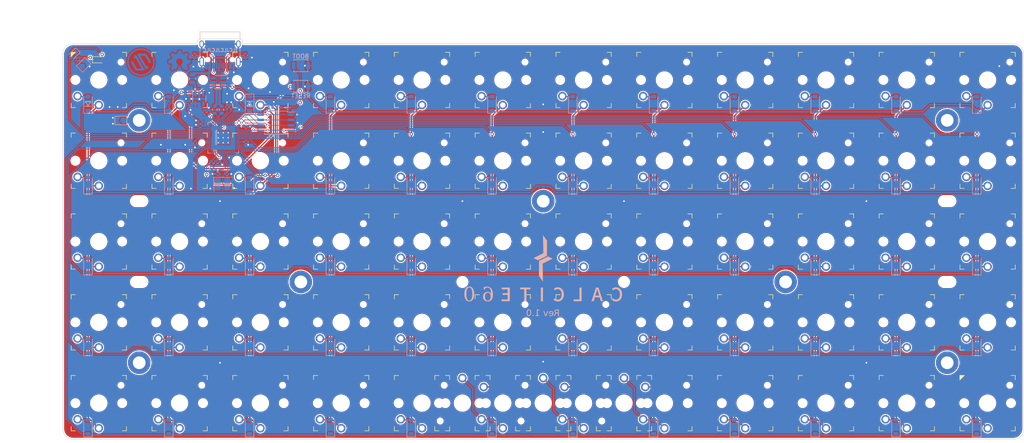
<source format=kicad_pcb>
(kicad_pcb (version 20221018) (generator pcbnew)
  (title_block (title "Calcite60 Keyboard") (rev "1.0") (company "SideraKB") (comment 1 "MIT License (Open source hardware)") (comment 2 "Kailh Choc V1 (PG1350) Low Profile Switches"))
  (layers (0 "F.Cu" signal) (31 "B.Cu" signal) (34 "B.Paste" user) (35 "F.Paste" user) (36 "B.SilkS" user "B.Silkscreen") (37 "F.SilkS" user "F.Silkscreen") (38 "B.Mask" user) (39 "F.Mask" user) (44 "Edge.Cuts" user))
  (net 0 "")
  (net 1 "+5V")
  (net 2 "GND")
  (net 3 "+3V3")
  (net 4 "Net-(U4-XIN)")
  (net 5 "Net-(C5-Pad2)")
  (net 6 "+1V1")
  (net 7 "ROW_0")
  (net 8 "ROW_1")
  (net 9 "ROW_2")
  (net 10 "ROW_3")
  (net 11 "ROW_4")
  (net 12 "VBUS")
  (net 13 "Net-(D1-A)")
  (net 14 "/USB_D+")
  (net 15 "/USB_D-")
  (net 16 "Net-(D2-A)")
  (net 17 "Net-(D3-A)")
  (net 18 "Net-(D4-A)")
  (net 19 "COL_0")
  (net 20 "COL_1")
  (net 21 "COL_2")
  (net 22 "COL_3")
  (net 23 "COL_4")
  (net 24 "COL_5")
  (net 25 "COL_6")
  (net 26 "COL_7")
  (net 27 "COL_8")
  (net 28 "COL_9")
  (net 29 "COL_10")
  (net 30 "COL_11")
  (net 31 "Net-(D5-A)")
  (net 32 "Net-(D6-A)")
  (net 33 "/RP2040/BOOT")
  (net 34 "/RP2040/QSPI_SS")
  (net 35 "Net-(D7-A)")
  (net 36 "/RP2040/~{RESET}")
  (net 37 "Net-(D8-A)")
  (net 38 "Net-(D9-A)")
  (net 39 "Net-(D10-A)")
  (net 40 "/RP2040/QSPI_D1")
  (net 41 "/RP2040/QSPI_D2")
  (net 42 "/RP2040/QSPI_D0")
  (net 43 "/RP2040/QSPI_SCLK")
  (net 44 "/RP2040/QSPI_D3")
  (net 45 "Net-(D11-A)")
  (net 46 "Net-(D12-A)")
  (net 47 "Net-(D13-A)")
  (net 48 "Net-(D14-A)")
  (net 49 "Net-(D15-A)")
  (net 50 "Net-(D16-A)")
  (net 51 "Net-(D17-A)")
  (net 52 "Net-(D18-A)")
  (net 53 "STATE_LED")
  (net 54 "Net-(D19-A)")
  (net 55 "Net-(D20-A)")
  (net 56 "Net-(D21-A)")
  (net 57 "Net-(D22-A)")
  (net 58 "Net-(D23-A)")
  (net 59 "Net-(D24-A)")
  (net 60 "Net-(D25-A)")
  (net 61 "Net-(D26-A)")
  (net 62 "Net-(D27-A)")
  (net 63 "Net-(D28-A)")
  (net 64 "Net-(D29-A)")
  (net 65 "Net-(D30-A)")
  (net 66 "Net-(D31-A)")
  (net 67 "Net-(D32-A)")
  (net 68 "Net-(D33-A)")
  (net 69 "Net-(D34-A)")
  (net 70 "Net-(D35-A)")
  (net 71 "Net-(D36-A)")
  (net 72 "Net-(D37-A)")
  (net 73 "Net-(D38-A)")
  (net 74 "Net-(D39-A)")
  (net 75 "Net-(D40-A)")
  (net 76 "Net-(D41-A)")
  (net 77 "Net-(D42-A)")
  (net 78 "Net-(D43-A)")
  (net 79 "Net-(D44-A)")
  (net 80 "Net-(D45-A)")
  (net 81 "Net-(D46-A)")
  (net 82 "Net-(D47-A)")
  (net 83 "Net-(D48-A)")
  (net 84 "Net-(D49-A)")
  (net 85 "Net-(D50-A)")
  (net 86 "Net-(D51-A)")
  (net 87 "Net-(D52-A)")
  (net 88 "Net-(D55-A)")
  (net 89 "Net-(D56-A)")
  (net 90 "Net-(D59-A)")
  (net 91 "Net-(D60-A)")
  (net 92 "Net-(J1-CC1)")
  (net 94 "Net-(J1-CC2)")
  (net 96 "Net-(LD1-K)")
  (net 97 "Net-(SB1-A)")
  (net 98 "Net-(U4-USB_DP)")
  (net 99 "Net-(U4-USB_DM)")
  (net 100 "Net-(U4-XOUT)")
  (net 114 "Net-(D53-A)")
  (net 115 "Net-(D57-A)")
  (net 116 "Net-(D58-A)")
  (net 123 "Net-(SB2-A)")
  (net 128 "Net-(D54-A)")
  (footprint "key-switches:SW_Kailh_Choc_V1_THT" (layer "F.Cu") (at 192.64 76.912)
    (fp_text reference "KEY21" hide)
    (fp_text value "SW_Push_45deg" hide)
  )
  (footprint "key-switches:SW_Kailh_Choc_V1_THT" (layer "F.Cu") (at 135.64 133.912)
    (fp_text reference "KEY54" hide)
    (fp_text value "SW_Push_45deg" hide)
  )
  (footprint "MountingHole:MountingHole_2.2mm_M2" (layer "F.Cu") (at 126.14 105.412)
    (fp_text reference "H12" hide)
    (fp_text value "MountingHole")
  )
  (footprint "key-switches:SW_Kailh_Choc_V1_THT" (layer "F.Cu") (at 116.64 133.912)
    (fp_text reference "KEY53" hide)
    (fp_text value "SW_Push_45deg" hide)
  )
  (footprint "key-switches:SW_Kailh_Choc_V1_THT" (layer "F.Cu") (at 230.64 57.912)
    (fp_text reference "KEY11" hide)
    (fp_text value "SW_Push_45deg" hide)
  )
  (footprint "key-switches:SW_Kailh_Choc_V1_THT" (layer "F.Cu") (at 173.64 95.912)
    (fp_text reference "KEY32" hide)
    (fp_text value "SW_Push_45deg" hide)
  )
  (footprint "key-switches:SW_Kailh_Choc_V1_THT" (layer "F.Cu") (at 211.64 76.912)
    (fp_text reference "KEY22" hide)
    (fp_text value "SW_Push_45deg" hide)
  )
  (footprint "key-switches:SW_Kailh_Choc_V1_THT" (layer "F.Cu") (at 40.64 114.912)
    (fp_text reference "KEY37" hide)
    (fp_text value "SW_Push_45deg" hide)
  )
  (footprint "key-switches:SW_Kailh_Choc_V1_THT" (layer "F.Cu") (at 97.64 114.912)
    (fp_text reference "KEY40" hide)
    (fp_text value "SW_Push_45deg" hide)
  )
  (footprint "key-switches:SW_Kailh_Choc_V1_THT" (layer "F.Cu") (at 249.64 114.912)
    (fp_text reference "KEY48" hide)
    (fp_text value "SW_Push_45deg" hide)
  )
  (footprint "key-switches:SW_Kailh_Choc_V1_THT" (layer "F.Cu") (at 40.64 133.912)
    (fp_text reference "KEY49" hide)
    (fp_text value "SW_Push_45deg" hide)
  )
  (footprint "key-switches:SW_Kailh_Choc_V1_THT" (layer "F.Cu") (at 59.64 133.912)
    (fp_text reference "KEY50" hide)
    (fp_text value "SW_Push_45deg" hide)
  )
  (footprint "key-switches:SW_Kailh_Choc_V1_THT" (layer "F.Cu") (at 173.64 114.912)
    (fp_text reference "KEY44" hide)
    (fp_text value "SW_Push_45deg" hide)
  )
  (footprint "key-switches:SW_Kailh_Choc_V1_THT" (layer "F.Cu") (at 40.64 57.912)
    (fp_text reference "KEY1" hide)
    (fp_text value "SW_Push_45deg" hide)
  )
  (footprint "key-switches:SW_Kailh_Choc_V1_THT" (layer "F.Cu") (at 211.64 95.912)
    (fp_text reference "KEY34" hide)
    (fp_text value "SW_Push_45deg" hide)
  )
  (footprint "key-switches:SW_Kailh_Choc_V1_THT" (layer "F.Cu") (at 78.64 76.912)
    (fp_text reference "KEY15" hide)
    (fp_text value "SW_Push_45deg" hide)
  )
  (footprint "key-switches:SW_Kailh_Choc_V1_THT" (layer "F.Cu") (at 59.64 114.912)
    (fp_text reference "KEY38" hide)
    (fp_text value "SW_Push_45deg" hide)
  )
  (footprint "key-switches:SW_Kailh_Choc_V1_THT" (layer "F.Cu") (at 40.64 76.912)
    (fp_text reference "KEY13" hide)
    (fp_text value "SW_Push_45deg" hide)
  )
  (footprint "key-switches:SW_Kailh_Choc_V1_THT" (layer "F.Cu") (at 97.64 95.912)
    (fp_text reference "KEY28" hide)
    (fp_text value "SW_Push_45deg" hide)
  )
  (footprint "key-switches:SW_Kailh_Choc_V1_THT" (layer "F.Cu") (at 230.64 95.912)
    (fp_text reference "KEY35" hide)
    (fp_text value "SW_Push_45deg" hide)
  )
  (footprint "calcite:MountingHale_M2" (layer "F.Cu") (at 50.14 105.412)
    (fp_text reference "H9" hide)
    (fp_text value "MountingHole" hide)
  )
  (footprint "key-switches:SW_Kailh_Choc_V1_THT" (layer "F.Cu") (at 154.64 57.912)
    (fp_text reference "KEY7" hide)
    (fp_text value "SW_Push_45deg" hide)
  )
  (footprint "key-switches:SW_Kailh_Choc_V1_THT" (layer "F.Cu") (at 192.64 133.912)
    (fp_text reference "KEY60" hide)
    (fp_text value "SW_Push_45deg" hide)
  )
  (footprint "key-switches:SW_Kailh_Choc_V1_THT" (layer "F.Cu") (at 173.64 76.912)
    (fp_text reference "KEY20" hide)
    (fp_text value "SW_Push_45deg" hide)
  )
  (footprint "key-switches:SW_Kailh_Choc_V1_THT" (layer "F.Cu") (at 116.64 57.912)
    (fp_text reference "KEY5" hide)
    (fp_text value "SW_Push_45deg" hide)
  )
  (footprint "key-switches:SW_Kailh_Choc_V1_THT" (layer "F.Cu") (at 59.64 76.912)
    (fp_text reference "KEY14" hide)
    (fp_text value "SW_Push_45deg" hide)
  )
  (footprint "key-switches:SW_Kailh_Choc_V1_THT" (layer "F.Cu") (at 249.64 95.912)
    (fp_text reference "KEY36" hide)
    (fp_text value "SW_Push_45deg" hide)
  )
  (footprint "key-switches:SW_Kailh_Choc_V1_THT" (layer "F.Cu") (at 192.64 95.912)
    (fp_text reference "KEY33" hide)
    (fp_text value "SW_Push_45deg" hide)
  )
  (footprint "LED_SMD:LED_0603_1608Metric" (layer "F.Cu") (at 40.64 53.162)
    (fp_text reference "LD2" hide)
    (fp_text value "Blue")
  )
  (footprint "key-switches:SW_Kailh_Choc_V1_THT" (layer "F.Cu") (at 78.64 114.912)
    (fp_text reference "KEY39" hide)
    (fp_text value "SW_Push_45deg" hide)
  )
  (footprint "key-switches:SW_Kailh_Choc_V1_THT" (layer "F.Cu") (at 154.64 133.912)
    (fp_text reference "KEY56" hide)
    (fp_text value "SW_Push_45deg" hide)
  )
  (footprint "key-switches:SW_Kailh_Choc_V1_THT" (layer "F.Cu") (at 211.64 57.912)
    (fp_text reference "KEY10" hide)
    (fp_text value "SW_Push_45deg" hide)
  )
  (footprint "key-switches:SW_Kailh_Choc_V1_THT" (layer "F.Cu") (at 164.14 133.912 180)
    (fp_text reference "KEY59" hide)
    (fp_text value "SW_Push_45deg" hide)
  )
  (footprint "key-switches:SW_Kailh_Choc_V1_THT" (layer "F.Cu") (at 116.64 95.912)
    (fp_text reference "KEY29" hide)
    (fp_text value "SW_Push_45deg" hide)
  )
  (footprint "calcite:MountingHale_M2" (layer "F.Cu") (at 240.14 86.412)
    (fp_text reference "H10" hide)
    (fp_text value "MountingHole" hide)
  )
  (footprint "key-switches:SW_Kailh_Choc_V1_THT" (layer "F.Cu") (at 78.64 57.912)
    (fp_text reference "KEY3" hide)
    (fp_text value "SW_Push_45deg" hide)
  )
  (footprint "key-switches:SW_Kailh_Choc_V1_THT" (layer "F.Cu") (at 145.14 133.912 180)
    (fp_text reference "KEY57" hide)
    (fp_text value "SW_Push_45deg" hide)
  )
  (footprint "key-switches:SW_Kailh_Choc_V1_THT" (layer "F.Cu") (at 211.64 133.912)
    (fp_text reference "KEY61" hide)
    (fp_text value "SW_Push_45deg" hide)
  )
  (footprint "MountingHole:MountingHole_2.2mm_M2" (layer "F.Cu") (at 164.14 105.412)
    (fp_text reference "H13" hide)
    (fp_text value "MountingHole")
  )
  (footprint "calcite:MountingHale_M2" (layer "F.Cu") (at 50.14 86.412)
    (fp_text reference "H8" hide)
    (fp_text value "MountingHole" hide)
  )
  (footprint "key-switches:SW_Kailh_Choc_V1_THT" (layer "F.Cu") (at 135.64 114.912)
    (fp_text reference "KEY42" hide)
    (fp_text value "SW_Push_45deg" hide)
  )
  (footprint "key-switches:SW_Kailh_Choc_V1_THT" (layer "F.Cu") (at 97.64 76.912)
    (fp_text reference "KEY16" hide)
    (fp_text value "SW_Push_45deg" hide)
  )
  (footprint "key-switches:SW_Kailh_Choc_V1_THT" (layer "F.Cu") (at 59.64 57.912)
    (fp_text reference "KEY2" hide)
    (fp_text value "SW_Push_45deg" hide)
  )
  (footprint "key-switches:SW_Kailh_Choc_V1_THT" (layer "F.Cu") (at 230.64 76.912)
    (fp_text reference "KEY23" hide)
    (fp_text value "SW_Push_45deg" hide)
  )
  (footprint "key-switches:SW_Kailh_Choc_V1_THT" (layer "F.Cu") (at 97.64 133.912)
    (fp_text reference "KEY52" hide)
    (fp_text value "SW_Push_45deg" hide)
  )
  (footprint "key-switches:SW_Kailh_Choc_V1_THT" (layer "F.Cu") (at 59.64 95.912)
    (fp_text reference "KEY26" hide)
    (fp_text value "SW_Push_45deg" hide)
  )
  (footprint "key-switches:SW_Kailh_Choc_V1_THT" (layer "F.Cu") (at 135.64 95.912)
    (fp_text reference "KEY30" hide)
    (fp_text value "SW_Push_45deg" hide)
  )
  (footprint "key-switches:SW_Kailh_Choc_V1_THT" (layer "F.Cu") (at 249.64 57.912)
    (fp_text reference "KEY12" hide)
    (fp_text value "SW_Push_45deg" hide)
  )
  (footprint "key-switches:SW_Kailh_Choc_V1_THT" (layer "F.Cu") (at 154.64 114.912)
    (fp_text reference "KEY43" hide)
    (fp_text value "SW_Push_45deg" hide)
  )
  (footprint "key-switches:SW_Kailh_Choc_V1_THT" (layer "F.Cu") (at 40.64 95.912)
    (fp_text reference "KEY25" hide)
    (fp_text value "SW_Push_45deg" hide)
  )
  (footprint "key-switches:SW_Kailh_Choc_V1_THT" (layer "F.Cu") (at 126.14 133.912 180)
    (fp_text reference "KEY55" hide)
    (fp_text value "SW_Push_45deg" hide)
  )
  (footprint "key-switches:SW_Kailh_Choc_V1_THT" (layer "F.Cu") (at 249.64 133.912)
    (fp_text reference "KEY63" hide)
    (fp_text value "SW_Push_45deg" hide)
  )
  (footprint "calcite:MountingHale_M2" (layer "F.Cu") (at 240.14 105.412)
    (fp_text reference "H11" hide)
    (fp_text value "MountingHole" hide)
  )
  (footprint "key-switches:SW_Kailh_Choc_V1_THT" (layer "F.Cu") (at 97.64 57.912)
    (fp_text reference "KEY4" hide)
    (fp_text value "SW_Push_45deg" hide)
  )
  (footprint "key-switches:SW_Kailh_Choc_V1_THT" (layer "F.Cu") (at 78.64 95.912)
    (fp_text reference "KEY27" hide)
    (fp_text value "SW_Push_45deg" hide)
  )
  (footprint "key-switches:SW_Kailh_Choc_V1_THT" (layer "F.Cu") (at 116.64 76.912)
    (fp_text reference "KEY17" hide)
    (fp_text value "SW_Push_45deg" hide)
  )
  (footprint "key-switches:SW_Kailh_Choc_V1_THT" (layer "F.Cu") (at 192.64 114.912)
    (fp_text reference "KEY45" hide)
    (fp_text value "SW_Push_45deg" hide)
  )
  (footprint "key-switches:SW_Kailh_Choc_V1_THT" (layer "F.Cu") (at 135.64 57.912)
    (fp_text reference "KEY6" hide)
    (fp_text value "SW_Push_45deg" hide)
  )
  (footprint "key-switches:SW_Kailh_Choc_V1_THT" (layer "F.Cu") (at 230.64 133.912)
    (fp_text reference "KEY62" hide)
    (fp_text value "SW_Push_45deg" hide)
  )
  (footprint "key-switches:SW_Kailh_Choc_V1_THT" (layer "F.Cu") (at 78.64 133.912)
    (fp_text reference "KEY51" hide)
    (fp_text value "SW_Push_45deg" hide)
  )
  (footprint "key-switches:SW_Kailh_Choc_V1_THT" (layer "F.Cu") (at 249.64 76.912)
    (fp_text reference "KEY24" hide)
    (fp_text value "SW_Push_45deg" hide)
  )
  (footprint "key-switches:SW_Kailh_Choc_V1_THT" (layer "F.Cu") (at 154.64 76.912)
    (fp_text reference "KEY19" hide)
    (fp_text value "SW_Push_45deg" hide)
  )
  (footprint "key-switches:SW_Kailh_Choc_V1_THT" (layer "F.Cu") (at 135.64 76.912)
    (fp_text reference "KEY18" hide)
    (fp_text value "SW_Push_45deg" hide)
  )
  (footprint "key-switches:SW_Kailh_Choc_V1_THT" (layer "F.Cu") (at 173.64 133.912)
    (fp_text reference "KEY58" hide)
    (fp_text value "SW_Push_45deg" hide)
  )
  (footprint "key-switches:SW_Kailh_Choc_V1_THT" (layer "F.Cu") (at 192.64 57.912)
    (fp_text reference "KEY9" hide)
    (fp_text value "SW_Push_45deg" hide)
  )
  (footprint "key-switches:SW_Kailh_Choc_V1_THT" (layer "F.Cu") (at 154.64 95.912)
    (fp_text reference "KEY31" hide)
    (fp_text value "SW_Push_45deg" hide)
  )
  (footprint "key-switches:SW_Kailh_Choc_V1_THT" (layer "F.Cu") (at 211.64 114.912)
    (fp_text reference "KEY46" hide)
    (fp_text value "SW_Push_45deg" hide)
  )
  (footprint "key-switches:SW_Kailh_Choc_V1_THT" (layer "F.Cu") (at 230.64 114.912)
    (fp_text reference "KEY47" hide)
    (fp_text value "SW_Push_45deg" hide)
  )
  (footprint "key-switches:SW_Kailh_Choc_V1_THT" (layer "F.Cu") (at 173.64 57.912)
    (fp_text reference "KEY8" hide)
    (fp_text value "SW_Push_45deg" hide)
  )
  (footprint "key-switches:SW_Kailh_Choc_V1_THT" (layer "F.Cu") (at 116.64 114.912)
    (fp_text reference "KEY41" hide)
    (fp_text value "SW_Push_45deg" hide)
  )
  (footprint "Capacitor_SMD:C_0402_1005Metric" (layer "B.Cu") (at 63.2418 72.776 -90)
    (fp_text reference "C12" hide)
    (fp_text value "100nF")
  )
  (footprint "Diode_SMD:D_SOD-123" (layer "B.Cu") (at 95.1 101.5 90)
    (fp_text reference "D28" hide)
    (fp_text value "1N4148")
  )
  (footprint "Diode_SMD:D_SOD-123" (layer "B.Cu") (at 171.1 82.5 90)
    (fp_text reference "D20" hide)
    (fp_text value "1N4148")
  )
  (footprint "Diode_SMD:D_SOD-123" (layer "B.Cu") (at 171.1 139.5 90)
    (fp_text reference "D56" hide)
    (fp_text value "1N4148")
  )
  (footprint "Diode_SMD:D_SOD-123" (layer "B.Cu") (at 209.1 82.5 90)
    (fp_text reference "D22" hide)
    (fp_text value "1N4148")
  )
  (footprint "Resistor_SMD:R_0402_1005Metric" (layer "B.Cu") (at 67.0882 77.5512 90)
    (fp_text reference "R9" hide)
    (fp_text value "10k")
  )
  (footprint "Resistor_SMD:R_0603_1608Metric" (layer "B.Cu") (at 67.89 64.906 -90)
    (fp_text reference "R5" hide)
    (fp_text value "27")
  )
  (footprint "Package_TO_SOT_SMD:SOT-23-5" (layer "B.Cu") (at 64.267 62.362 -90)
    (fp_text reference "U1" hide)
    (fp_text value "RT9013-33GB")
  )
  (footprint "Diode_SMD:D_SOD-123" (layer "B.Cu") (at 190.1 82.5 90)
    (fp_text reference "D21" hide)
    (fp_text value "1N4148")
  )
  (footprint "Package_SO:SOIC-8_5.23x5.23mm_P1.27mm" (layer "B.Cu") (at 82.2918 67.95 180)
    (fp_text reference "U3" hide)
    (fp_text value "W25Q128JVS")
  )
  (footprint "Capacitor_SMD:C_0402_1005Metric" (layer "B.Cu") (at 64.49 67.706 180)
    (fp_text reference "C10" hide)
    (fp_text value "100nF")
  )
  (footprint "Resistor_SMD:R_0402_1005Metric" (layer "B.Cu") (at 35.756 53.083 -135)
    (fp_text reference "R3" hide)
    (fp_text value "1k")
  )
  (footprint "Capacitor_SMD:C_0402_1005Metric" (layer "B.Cu") (at 65.49 65.506 90)
    (fp_text reference "C16" hide)
    (fp_text value "1uF")
  )
  (footprint "Diode_SMD:D_SOD-123" (layer "B.Cu") (at 76.1 63.5 -90)
    (fp_text reference "D3" hide)
    (fp_text value "1N4148")
  )
  (footprint "LOGO" (layer "B.Cu") (at 144.371958 113.053792 180)
    (fp_text reference "G***" hide)
    (fp_text value "LOGO" hide)
  )
  (footprint "Capacitor_SMD:C_0402_1005Metric" (layer "B.Cu") (at 75.29 68.906)
    (fp_text reference "C13" hide)
    (fp_text value "100nF")
  )
  (footprint "Diode_SMD:D_SOD-123" (layer "B.Cu") (at 114.1 82.5 90)
    (fp_text reference "D17" hide)
    (fp_text value "1N4148")
  )
  (footprint "Diode_SMD:D_SOD-123" (layer "B.Cu") (at 133.1 63.5 90)
    (fp_text reference "D6" hide)
    (fp_text value "1N4148")
  )
  (footprint "Diode_SMD:D_SOD-123" (layer "B.Cu") (at 190.1 101.5 90)
    (fp_text reference "D33" hide)
    (fp_text value "1N4148")
  )
  (footprint "Diode_SMD:D_SOD-123" (layer "B.Cu") (at 228.1 63.5 90)
    (fp_text reference "D11" hide)
    (fp_text value "1N4148")
  )
  (footprint "LED_SMD:LED_0603_1608Metric" (layer "B.Cu") (at 34.676 51.948 -135)
    (fp_text reference "LD1" hide)
    (fp_text value "Blue")
  )
  (footprint "Diode_SMD:D_SOD-123" (layer "B.Cu") (at 57.1 63.5 90)
    (fp_text reference "D2" hide)
    (fp_text value "1N4148")
  )
  (footprint "Diode_SMD:D_SOD-123" (layer "B.Cu") (at 247.1 63.5 90)
    (fp_text reference "D12" hide)
    (fp_text value "1N4148")
  )
  (footprint "Button_Switch_SMD:SW_SPST_B3U-1000P" (layer "B.Cu") (at 88.14 59.412 180)
    (fp_text reference "SW2" hide)
    (fp_text value "RESET")
  )
  (footprint "Button_Switch_SMD:SW_SPST_B3U-1000P" (layer "B.Cu") (at 88.14 54.562 180)
    (fp_text reference "SW1" hide)
    (fp_text value "BOOT")
  )
  (footprint "Diode_SMD:D_SOD-123" (layer "B.Cu") (at 38.1 120.5 90)
    (fp_text reference "D37" hide)
    (fp_text value "1N4148")
  )
  (footprint "calcite:MountingWuerth_M2" (layer "B.Cu") (at 202.14 105.412 180)
    (fp_text reference "H7" hide)
    (fp_text value "MountingHole" hide)
  )
  (footprint "Diode_SMD:D_SOD-123" (layer "B.Cu") (at 133.1 120.5 90)
    (fp_text reference "D42" hide)
    (fp_text value "1N4148")
  )
  (footprint "calcite:MountingWuerth_M2" (layer "B.Cu") (at 50.14 124.412 180)
    (fp_text reference "H2" hide)
    (fp_text value "MountingHole" hide)
  )
  (footprint "Diode_SMD:D_SOD-123" (layer "B.Cu") (at 133.1 82.5 90)
    (fp_text reference "D18" hide)
    (fp_text value "1N4148")
  )
  (footprint "Diode_SMD:D_SOD-123" (layer "B.Cu") (at 57.1 101.5 90)
    (fp_text reference "D26" hide)
    (fp_text value "1N4148")
  )
  (footprint "Connector_USB:USB_C_Receptacle_HRO_TYPE-C-31-M-12" (layer "B.Cu") (at 69.14 50.512)
    (fp_text reference "J1" hide)
    (fp_text value "USB_C_Receptacle_USB2.0")
  )
  (footprint "Diode_SMD:D_SOD-123" (layer "B.Cu") (at 133.1 139.5 90)
    (fp_text reference "D54" hide)
    (fp_text value "1N4148")
  )
  (footprint "Diode_SMD:D_SOD-123" (layer "B.Cu") (at 38.1 101.5 90)
    (fp_text reference "D25" hide)
    (fp_text value "1N4148")
  )
  (footprint "Jumper:SolderJumper-2_P1.3mm_Open_TrianglePad1.0x1.5mm" (layer "B.Cu") (at 45.815 67.442 180)
    (fp_text reference "SB2" hide)
    (fp_text value "SolderJumper_2_Open")
  )
  (footprint "Jumper:SolderJumper-2_P1.3mm_Open_TrianglePad1.0x1.5mm" (layer "B.Cu") (at 37.09 54.362 45)
    (fp_text reference "SB1" hide)
    (fp_text value "SolderJumper_2_Open")
  )
  (footprint "Resistor_SMD:R_0603_1608Metric" (layer "B.Cu") (at 69.49 64.906 -90)
    (fp_text reference "R4" hide)
    (fp_text value "27")
  )
  (footprint "Diode_SMD:D_SOD-123" (layer "B.Cu") (at 171.1 120.5 90)
    (fp_text reference "D44" hide)
    (fp_text value "1N4148")
  )
  (footprint "Diode_SMD:D_SOD-123" (layer "B.Cu") (at 228.1 82.5 90)
    (fp_text reference "D23" hide)
    (fp_text value "1N4148")
  )
  (footprint "Diode_SMD:D_SOD-123" (layer "B.Cu") (at 57.1 139.5 90)
    (fp_text reference "D50" hide)
    (fp_text value "1N4148")
  )
  (footprint "Diode_SMD:D_SOD-123" (layer "B.Cu") (at 114.1 101.5 90)
    (fp_text reference "D29" hide)
    (fp_text value "1N4148")
  )
  (footprint "Diode_SMD:D_SOD-123" (layer "B.Cu") (at 190.1 63.5 90)
    (fp_text reference "D9" hide)
    (fp_text value "1N4148")
  )
  (footprint "Capacitor_SMD:C_0402_1005Metric" (layer "B.Cu") (at 70.778 80.015 180)
    (fp_text reference "C4" hide)
    (fp_text value "20pF")
  )
  (footprint "Capacitor_SMD:C_0402_1005Metric" (layer "B.Cu") (at 64.49 68.706 180)
    (fp_text reference "C11" hide)
    (fp_text value "100nF")
  )
  (footprint "Diode_SMD:D_SOD-123" (layer "B.Cu") (at 247.1 120.5 90)
    (fp_text reference "D48" hide)
    (fp_text value "1N4148")
  )
  (footprint "Diode_SMD:D_SOD-123" (layer "B.Cu") (at 171.1 63.5 90)
    (fp_text reference "D8" hide)
    (fp_text value "1N4148")
  )
  (footprint "Diode_SMD:D_SOD-123" (layer "B.Cu") (at 209.1 101.5 90)
    (fp_text reference "D34" hide)
    (fp_text value "1N4148")
  )
  (footprint "Resistor_SMD:R_0402_1005Metric" (layer "B.Cu") (at 75.14 52.162 -90)
    (fp_text reference "R2" hide)
    (fp_text value "5.1k")
  )
  (footprint "Crystal:Crystal_SMD_3225-4Pin_3.2x2.5mm" (layer "B.Cu") (at 69.7112 82.4534)
    (fp_text reference "Y1" hide)
    (fp_text value "12MHz")
  )
  (footprint "Resistor_SMD:R_0402_1005Metric" (layer "B.Cu") (at 68.619 78.999)
    (fp_text reference "R8" hide)
    (fp_text value "1k")
  )
  (footprint "Diode_SMD:D_SOD-123" (layer "B.Cu") (at 95.1 82.5 90)
    (fp_text reference "D16" hide)
    (fp_text value "1N4148")
  )
  (footprint "Diode_SMD:D_SOD-123" (layer "B.Cu") (at 95.1 120.5 90)
    (fp_text reference "D40" hide)
    (fp_text value "1N4148")
  )
  (footprint "calcite:MountingWuerth_M2" (layer "B.Cu") (at 240.14 67.412 180)
    (fp_text reference "H3" hide)
    (fp_text value "MountingHole" hide)
  )
  (footprint "Package_TO_SOT_SMD:SOT-23-6" (layer "B.Cu") (at 68.637 58.443 180)
    (fp_text reference "U2" hide)
    (fp_text value "SRV05-4")
  )
  (footprint "Diode_SMD:D_SOD-123" (layer "B.Cu") (at 152.1 63.5 90)
    (fp_text reference "D7" hide)
    (fp_text value "1N4148")
  )
  (footprint "Capacitor_SMD:C_0402_1005Metric" (layer "B.Cu") (at 61.89 61.262 -90)
    (fp_text reference "C1" hide)
    (fp_text value "1uF")
  )
  (footprint "Diode_SMD:D_SOD-123" (layer "B.Cu") (at 57.1 82.5 90)
    (fp_text reference "D14" hide)
    (fp_text value "1N4148")
  )
  (footprint "Diode_SMD:D_SOD-123" (layer "B.Cu") (at 76.1 101.5 90)
    (fp_text reference "D27" hide)
    (fp_text value "1N4148")
  )
  (footprint "Diode_SMD:D_SOD-123" (layer "B.Cu") (at 247.1 82.5 90)
    (fp_text reference "D24" hide)
    (fp_text value "1N4148")
  )
  (footprint "calcite:MountingWuerth_M2" (layer "B.Cu") (at 145.14 86.412 180)
    (fp_text reference "H5" hide)
    (fp_text value "MountingHole" hide)
  )
  (footprint "Diode_SMD:D_SOD-123" (layer "B.Cu") (at 95.1 63.5 90)
    (fp_text reference "D4" hide)
    (fp_text value "1N4148")
  )
  (footprint "Diode_SMD:D_SOD-123" (layer "B.Cu") (at 76.1 82.5 90)
    (fp_text reference "D15" hide)
    (fp_text value "1N4148")
  )
  (footprint "Diode_SMD:D_SOD-123" (layer "B.Cu") (at 76.1 139.5 90)
    (fp_text reference "D51" hide)
    (fp_text value "1N4148")
  )
  (footprint "Capacitor_SMD:C_0402_1005Metric" (layer "B.Cu") (at 70.79 64.306 90)
    (fp_text reference "C9" hide)
    (fp_text value "100nF")
  )
  (footprint "Diode_SMD:D_SOD-123" (layer "B.Cu") (at 171.1 101.5 90)
    (fp_text reference "D32" hide)
    (fp_text value "1N4148")
  )
  (footprint "Resistor_SMD:R_0402_1005Metric" (layer "B.Cu") (at 63.14 52.162 -90)
    (fp_text reference "R1" hide)
    (fp_text value "5.1k")
  )
  (footprint "Diode_SMD:D_SOD-123" (layer "B.Cu") (at 190.1 139.5 90)
    (fp_text reference "D57" hide)
    (fp_text value "1N4148")
  )
  (footprint "Diode_SMD:D_SOD-123" (layer "B.Cu") (at 38.1 63.5 90)
    (fp_text reference "D1" hide)
    (fp_text value "1N4148")
  )
  (footprint "Diode_SMD:D_SOD-123" (layer "B.Cu") (at 228.1 139.5 90)
    (fp_text reference "D59" hide)
    (fp_text value "1N4148")
  )
  (footprint "Diode_SMD:D_SOD-123" (layer "B.Cu") (at 228.1 120.5 90)
    (fp_text reference "D47" hide)
    (fp_text value "1N4148")
  )
  (footprint "Diode_SMD:D_SOD-123" (layer "B.Cu") (at 152.1 120.5 90)
    (fp_text reference "D43" hide)
    (fp_text value "1N4148")
  )
  (footprint "Capacitor_SMD:C_0402_1005Metric" (layer "B.Cu") (at 81.0218 64.394)
    (fp_text reference "C3" hide)
    (fp_text value "100nF")
  )
  (footprint "Capacitor_SMD:C_0402_1005Metric" (layer "B.Cu") (at 66.49 65.506 90)
    (fp_text reference "C8" hide)
    (fp_text value "1uF")
  )
  (footprint "Diode_SMD:D_SOD-123" (layer "B.Cu") (at 247.1 101.5 90)
    (fp_text reference "D36" hide)
    (fp_text value "1N4148")
  )
  (footprint "Diode_SMD:D_SOD-123" (layer "B.Cu") (at 114.1 63.5 90)
    (fp_text reference "D5" hide)
    (fp_text value "1N4148")
  )
  (footprint "Diode_SMD:D_SOD-123" (layer "B.Cu") (at 209.1 120.5 90)
    (fp_text reference "D46" hide)
    (fp_text value "1N4148")
  )
  (footprint "Diode_SMD:D_SOD-123" (layer "B.Cu") (at 152.1 139.5 90)
    (fp_text reference "D55" hide)
    (fp_text value "1N4148")
  )
  (footprint "Capacitor_SMD:C_0402_1005Metric" (layer "B.Cu") (at 71.79 64.306 90)
    (fp_text reference "C6" hide)
    (fp_text value "100nF")
  )
  (footprint "Diode_SMD:D_SOD-123" (layer "B.Cu") (at 57.1 120.5 90)
    (fp_text reference "D38" hide)
    (fp_text value "1N4148")
  )
  (footprint "calcite:MountingWuerth_M2" (layer "B.Cu") (at 88.14 105.412 180)
    (fp_text reference "H6" hide)
    (fp_text value "MountingHole" hide)
  )
  (footprint "Diode_SMD:D_SOD-123" (layer "B.Cu") (at 114.1 120.5 90)
    (fp_text reference "D41" hide)
    (fp_text value "1N4148")
  )
  (footprint "Diode_SMD:D_SOD-123" (layer "B.Cu") (at 76.1 120.5 90)
    (fp_text reference "D39" hide)
    (fp_text value "1N4148")
  )
  (footprint "Diode_SMD:D_SOD-123" (layer "B.Cu") (at 190.1 120.5 90)
    (fp_text reference "D45" hide)
    (fp_text value "1N4148")
  )
  (footprint "Resistor_SMD:R_0402_1005Metric" (layer "B.Cu") (at 85.0858 64.394 180)
    (fp_text reference "R6" hide)
    (fp_text value "1k")
  )
  (footprint "Capacitor_SMD:C_0402_1005Metric" (layer "B.Cu") (at 68.0882 77.5512 -90)
    (fp_text reference "C7" hide)
    (fp_text value "100nF")
  )
  (footprint "Capacitor_SMD:C_0402_1005Metric" (layer "B.Cu") (at 68.619 80.015)
    (fp_text reference "C5" hide)
    (fp_text value "20pF")
  )
  (footprint "calcite:MountingWuerth_M2" (layer "B.Cu") (at 240.14 124.412 180)
    (fp_text reference "H4" hide)
    (fp_text value "MountingHole" hide)
  )
  (footprint "Capacitor_SMD:C_0402_1005Metric" (layer "B.Cu") (at 61.89 63.412 90)
    (fp_text reference "C2" hide)
    (fp_text value "1uF")
  )
  (footprint "Diode_SMD:D_SOD-123" (layer "B.Cu") (at 247.1 139.5 90)
    (fp_text reference "D60" hide)
    (fp_text value "1N4148")
  )
  (footprint "Diode_SMD:D_SOD-123" (layer "B.Cu") (at 133.1 101.5 90)
    (fp_text reference "D30" hide)
    (fp_text value "1N4148")
  )
  (footprint "Diode_SMD:D_SOD-123" (layer "B.Cu") (at 228.1 101.5 90)
    (fp_text reference "D35" hide)
    (fp_text value "1N4148")
  )
  (footprint "Diode_SMD:D_SOD-123" (layer "B.Cu") (at 38.1 82.5 90)
    (fp_text reference "D13" hide)
    (fp_text value "1N4148")
  )
  (footprint "Capacitor_SMD:C_0402_1005Metric" (layer "B.Cu") (at 69.0882 77.5512 -90)
    (fp_text reference "C15" hide)
    (fp_text value "100nF")
  )
  (footprint "Diode_SMD:D_SOD-123" (layer "B.Cu") (at 209.1 63.5 90)
    (fp_text reference "D10" hide)
    (fp_text value "1N4148")
  )
  (footprint "Diode_SMD:D_SOD-123" (layer "B.Cu") (at 38.1 139.5 90)
    (fp_text reference "D49" hide)
    (fp_text value "1N4148")
  )
  (footprint "Capacitor_SMD:C_0402_1005Metric" (layer "B.Cu") (at 75.29 72.506)
    (fp_text reference "C14" hide)
    (fp_text value "100nF")
  )
  (footprint "Fuse:Fuse_0805_2012Metric" (layer "B.Cu") (at 62.64 57.5828 -90)
    (fp_text reference "F1" hide)
    (fp_text value "500mA, 6V")
  )
  (footprint "Resistor_SMD:R_0402_1005Metric" (layer "B.Cu") (at 83.0538 64.394)
    (fp_text reference "R7" hide)
    (fp_text value "10k")
  )
  (footprint "calcite:MountingWuerth_M2" (layer "B.Cu") (at 50.14 67.412 180)
    (fp_text reference "H1" hide)
    (fp_text value "MountingHole" hide)
  )
  (footprint "Diode_SMD:D_SOD-123" (layer "B.Cu") (at 114.1 139.5 90)
    (fp_text reference "D53" hide)
    (fp_text value "1N4148")
  )
  (footprint "Diode_SMD:D_SOD-123" (layer "B.Cu") (at 152.1 101.5 90)
    (fp_text reference "D31" hide)
    (fp_text value "1N4148")
  )
  (footprint "LOGO" (layer "B.Cu") (at 50.551 53.726 180)
    (fp_text reference "G***" hide)
    (fp_text value "LOGO" hide)
  )
  (footprint "Diode_SMD:D_SOD-123" (layer "B.Cu") (at 152.1 82.5 90)
    (fp_text reference "D19" hide)
    (fp_text value "1N4148")
  )
  (footprint "Diode_SMD:D_SOD-123" (layer "B.Cu") (at 95.1 139.5 90)
    (fp_text reference "D52" hide)
    (fp_text value "1N4148")
  )
  (footprint "Diode_SMD:D_SOD-123" (layer "B.Cu") (at 209.1 139.5 90)
    (fp_text reference "D58" hide)
    (fp_text value "1N4148")
  )
  (footprint "Package_DFN_QFN:QFN-56-1EP_7x7mm_P0.4mm_EP3.2x3.2mm" (layer "B.Cu") (at 69.89 71.506 180)
    (fp_text reference "U4" hide)
    (fp_text value "RP2040")
  )
  (gr_poly (pts (xy 59.282941 50.946875) (xy 59.28143 50.946987) (xy 59.279927 50.947172) (xy 59.278433 50.947427) (xy 59.276952 50.947752) (xy 59.275484 50.948143) (xy 59.274033 50.9486) (xy 59.272601 50.94912) (xy 59.271189 50.949701) (xy 59.269801 50.950342) (xy 59.268438 50.951041) (xy 59.267103 50.951795) (xy 59.265798 50.952604) (xy 59.264525 50.953464) (xy 59.263286 50.954376) (xy 59.262084 50.955335) (xy 59.26092 50.956341) (xy 59.259798 50.957392) (xy 59.258719 50.958486) (xy 59.257685 50.959621) (xy 59.2567 50.960795) (xy 59.255764 50.962007) (xy 59.254881 50.963254) (xy 59.254052 50.964535) (xy 59.25328 50.965847) (xy 59.252566 50.967189) (xy 59.251915 50.96856) (xy 59.251326 50.969957) (xy 59.250803 50.971378) (xy 59.250348 50.972822) (xy 59.249964 50.974286) (xy 59.249651 50.975769) (xy 59.12404 51.650576) (xy 59.123723 51.652071) (xy 59.123338 51.653571) (xy 59.122372 51.656577) (xy 59.12116 51.659574) (xy 59.119719 51.662541) (xy 59.118065 51.66546) (xy 59.116216 51.66831) (xy 59.114189 51.671073) (xy 59.112 51.673728) (xy 59.109667 51.676257) (xy 59.107205 51.678639) (xy 59.104633 51.680854) (xy 59.101967 51.682884) (xy 59.099224 51.684709) (xy 59.096421 51.686309) (xy 59.095002 51.687018) (xy 59.093575 51.687664) (xy 59.092141 51.688244) (xy 59.090703 51.688755) (xy 58.638424 51.873897) (xy 58.635614 51.875134) (xy 58.632634 51.876167) (xy 58.629511 51.876999) (xy 58.626269 51.87763) (xy 58.622937 51.878062) (xy 58.619539 51.878299) (xy 58.616102 51.87834) (xy 58.612652 51.878189) (xy 58.609216 51.877846) (xy 58.60582 51.877314) (xy 58.602489 51.876594) (xy 58.599251 51.875689) (xy 58.596131 51.8746) (xy 58.593156 51.873328) (xy 58.590351 51.871876) (xy 58.587743 51.870246) (xy 58.023983 51.483372) (xy 58.022713 51.482545) (xy 58.021405 51.481782) (xy 58.020063 51.481084) (xy 58.018689 51.480449) (xy 58.017286 51.479877) (xy 58.015857 51.47937) (xy 58.014404 51.478925) (xy 58.012931 51.478543) (xy 58.011441 51.478223) (xy 58.009936 51.477966) (xy 58.006894 51.477638) (xy 58.003828 51.477555) (xy 58.00076 51.477717) (xy 57.997715 51.47812) (xy 57.994714 51.478763) (xy 57.991781 51.479644) (xy 57.990347 51.480173) (xy 57.988939 51.48076) (xy 57.987559 51.481406) (xy 57.98621 51.48211) (xy 57.984896 51.482872) (xy 57.983619 51.483691) (xy 57.982381 51.484568) (xy 57.981187 51.485502) (xy 57.980037 51.486492) (xy 57.978937 51.487539) (xy 57.504155 51.962321) (xy 57.503108 51.963422) (xy 57.502119 51.964571) (xy 57.501186 51.965766) (xy 57.50031 51.967004) (xy 57.499493 51.968283) (xy 57.498733 51.969598) (xy 57.497387 51.972329) (xy 57.496276 51.975174) (xy 57.4954 51.97811) (xy 57.494762 51.981115) (xy 57.494362 51.984164) (xy 57.494204 51.987235) (xy 57.494289 51.990305) (xy 57.494617 51.99335) (xy 57.495192 51.996349) (xy 57.496015 51.999276) (xy 57.49652 52.000707) (xy 57.497088 52.002111) (xy 57.497718 52.003485) (xy 57.498412 52.004828) (xy 57.499168 52.006136) (xy 57.499989 52.007406) (xy 57.880116 52.561443) (xy 57.88175 52.564062) (xy 57.883201 52.566871) (xy 57.884467 52.569845) (xy 57.885545 52.572958) (xy 57.886435 52.576185) (xy 57.887134 52.5795) (xy 57.887641 52.582878) (xy 57.887954 52.586293) (xy 57.888072 52.589719) (xy 57.887993 52.593132) (xy 57.887715 52.596505) (xy 57.887237 52.599813) (xy 57.886557 52.603031) (xy 57.885674 52.606133) (xy 57.884586 52.609093) (xy 57.883291 52.611886) (xy 57.683305 53.078452) (xy 57.682163 53.081317) (xy 57.680759 53.084156) (xy 57.679112 53.086952) (xy 57.677243 53.089687) (xy 57.675172 53.092346) (xy 57.672918 53.09491) (xy 57.670501 53.097364) (xy 57.667941 53.09969) (xy 57.665257 53.101872) (xy 57.662471 53.103892) (xy 57.6596 53.105733) (xy 57.656666 53.107379) (xy 57.653688 53.108813) (xy 57.650686 53.110017) (xy 57.64768 53.110976) (xy 57.644689 53.111671) (xy 56.992266 53.232996) (xy 56.990787 53.233315) (xy 56.989326 53.233706) (xy 56.987885 53.234167) (xy 56.986467 53.234695) (xy 56.985073 53.235288) (xy 56.983705 53.235944) (xy 56.982365 53.236661) (xy 56.981055 53.237436) (xy 56.978532 53.239154) (xy 56.97615 53.241079) (xy 56.973925 53.243194) (xy 56.971872 53.245482) (xy 56.970005 53.247925) (xy 56.96834 53.250505) (xy 56.96689 53.253205) (xy 56.966252 53.254594) (xy 56.965673 53.256006) (xy 56.965155 53.25744) (xy 56.964701 53.258892) (xy 56.964312 53.260361) (xy 56.963991 53.261845) (xy 56.963738 53.263341) (xy 56.963557 53.264847) (xy 56.963448 53.266361) (xy 56.963413 53.267881) (xy 56.963493 53.939353) (xy 56.963531 53.94087) (xy 56.963643 53.942381) (xy 56.963829 53.943886) (xy 56.964085 53.945381) (xy 56.96441 53.946864) (xy 56.964803 53.948334) (xy 56.96526 53.949787) (xy 56.965781 53.951222) (xy 56.966364 53.952636) (xy 56.967006 53.954027) (xy 56.967706 53.955393) (xy 56.968461 53.956731) (xy 56.969271 53.958039) (xy 56.970133 53.959315) (xy 56.971045 53.960557) (xy 56.972006 53.961762) (xy 56.973013 53.962928) (xy 56.974065 53.964053) (xy 56.975159 53.965134) (xy 56.976294 53.96617) (xy 56.977469 53.967158) (xy 56.97868 53.968095) (xy 56.979927 53.968979) (xy 56.981207 53.969809) (xy 56.982519 53.970582) (xy 56.98386 53.971295) (xy 56.985229 53.971947) (xy 56.986624 53.972534) (xy 56.988043 53.973055) (xy 56.989484 53.973508) (xy 56.990945 53.97389) (xy 56.992425 53.974199) (xy 57.628814 54.092626) (xy 57.630312 54.092934) (xy 57.631814 54.09331) (xy 57.633316 54.093754) (xy 57.634816 54.094263) (xy 57.637804 54.095467) (xy 57.640756 54.096905) (xy 57.643655 54.098561) (xy 57.646481 54.100415) (xy 57.649215 54.102451) (xy 57.651838 54.104652) (xy 57.654332 54.107) (xy 57.656677 54.109477) (xy 57.658854 54.112066) (xy 57.660844 54.11475) (xy 57.662629 54.117511) (xy 57.664188 54.120332) (xy 57.665504 54.123195) (xy 57.666065 54.124637) (xy 57.666557 54.126083) (xy 57.865232 54.622375) (xy 57.866462 54.625198) (xy 57.867486 54.628188) (xy 57.868309 54.631318) (xy 57.86893 54.634564) (xy 57.869354 54.637898) (xy 57.869581 54.641296) (xy 57.869614 54.644731) (xy 57.869454 54.648177) (xy 57.869105 54.651609) (xy 57.868567 54.655001) (xy 57.867843 54.658326) (xy 57.866935 54.66156) (xy 57.865845 54.664675) (xy 57.864575 54.667647) (xy 57.863126 54.670449) (xy 57.861502 54.673056) (xy 57.499989 55.199829) (xy 57.499162 55.201099) (xy 57.498399 55.202407) (xy 57.4977 55.20375) (xy 57.497066 55.205126) (xy 57.496494 55.206531) (xy 57.495986 55.207962) (xy 57.495542 55.209417) (xy 57.49516 55.210892) (xy 57.49484 55.212385) (xy 57.494583 55.213893) (xy 57.494255 55.216942) (xy 57.494172 55.220016) (xy 57.494334 55.22309) (xy 57.494737 55.226143) (xy 57.49538 55.229151) (xy 57.496261 55.232091) (xy 57.49679 55.233528) (xy 57.497377 55.234939) (xy 57.498023 55.236321) (xy 57.498727 55.237672) (xy 57.499489 55.238989) (xy 57.500308 55.240268) (xy 57.501185 55.241507) (xy 57.502118 55.242703) (xy 57.503109 55.243852) (xy 57.504156 55.244953) (xy 57.979017 55.719735) (xy 57.980111 55.720774) (xy 57.981254 55.721758) (xy 57.982443 55.722686) (xy 57.983676 55.723557) (xy 57.98495 55.724371) (xy 57.986261 55.725128) (xy 57.988985 55.726469) (xy 57.991826 55.727579) (xy 57.994759 55.728455) (xy 57.997762 55.729095) (xy 58.00081 55.729498) (xy 58.003882 55.72966) (xy 58.006953 55.729581) (xy 58.01 55.729257) (xy 58.013 55.728687) (xy 58.01593 55.727868) (xy 58.017361 55.727365) (xy 58.018765 55.726799) (xy 58.020141 55.72617) (xy 58.021484 55.725478) (xy 58.022792 55.724722) (xy 58.024062 55.723902) (xy 58.541548 55.368739) (xy 58.544149 55.367119) (xy 58.546935 55.365699) (xy 58.549881 55.364479) (xy 58.55296 55.36346) (xy 58.556149 55.362642) (xy 58.559421 55.362024) (xy 58.562751 55.361609) (xy 58.566114 55.361396) (xy 58.569485 55.361386) (xy 58.572837 55.361579) (xy 58.576147 55.361976) (xy 58.579387 55.362577) (xy 58.582534 55.363383) (xy 58.585561 55.364394) (xy 58.588444 55.36561) (xy 58.591157 55.367032) (xy 58.81936 55.488873) (xy 58.820725 55.489521) (xy 58.822101 55.490092) (xy 58.823485 55.490585) (xy 58.824877 55.491001) (xy 58.826272 55.491341) (xy 58.82767 55.491607) (xy 58.829067 55.491798) (xy 58.830461 55.491916) (xy 58.83185 55.491962) (xy 58.833231 55.491936) (xy 58.834602 55.49184) (xy 58.83596 55.491674) (xy 58.837304 55.49144) (xy 58.838631 55.491137) (xy 58.839938 55.490767) (xy 58.841223 55.490331) (xy 58.842484 55.48983) (xy 58.843718 55.489264) (xy 58.844923 55.488635) (xy 58.846097 55.487942) (xy 58.847237 55.487189) (xy 58.84834 55.486374) (xy 58.849406 55.485498) (xy 58.85043 55.484564) (xy 58.851411 55.483571) (xy 58.852346 55.482521) (xy 58.853233 55.481414) (xy 58.85407 55.480252) (xy 58.854854 55.479034) (xy 58.855582 55.477763) (xy 58.856254 55.476438) (xy 58.856865 55.475062) (xy 59.32736 54.338094) (xy 59.327904 54.33668) (xy 59.328376 54.335244) (xy 59.328777 54.333789) (xy 59.329108 54.332318) (xy 59.329369 54.330834) (xy 59.329561 54.32934) (xy 59.329687 54.327837) (xy 59.329745 54.326329) (xy 59.329738 54.324819) (xy 59.329666 54.323308) (xy 59.32953 54.321801) (xy 59.329332 54.320299) (xy 59.329071 54.318805) (xy 59.328749 54.317322) (xy 59.328367 54.315853) (xy 59.327926 54.314401) (xy 59.327426 54.312967) (xy 59.326869 54.311555) (xy 59.326255 54.310168) (xy 59.325586 54.308807) (xy 59.324862 54.307477) (xy 59.324084 54.306179) (xy 59.323253 54.304917) (xy 59.322371 54.303692) (xy 59.321437 54.302508) (xy 59.320453 54.301368) (xy 59.31942 54.300274) (xy 59.318339 54.299228) (xy 59.31721 54.298234) (xy 59.316035 54.297295) (xy 59.314814 54.296412) (xy 59.313549 54.295589) (xy 59.256439 54.260624) (xy 59.252328 54.258006) (xy 59.247939 54.255018) (xy 59.243355 54.251725) (xy 59.238659 54.248192) (xy 59.233932 54.244484) (xy 59.229259 54.240666) (xy 59.224721 54.236804) (xy 59.220402 54.232962) (xy 59.182596 54.207084) (xy 59.146516 54.178988) (xy 59.112259 54.14877) (xy 59.079925 54.116529) (xy 59.049611 54.082362) (xy 59.021417 54.046368) (xy 58.99544 54.008644) (xy 58.97178 53.969288) (xy 58.950534 53.928399) (xy 58.931802 53.886073) (xy 58.915681 53.842409) (xy 58.902271 53.797506) (xy 58.891669 53.75146) (xy 58.883975 53.704369) (xy 58.879286 53.656333) (xy 58.877701 53.607447) (xy 58.878667 53.569233) (xy 58.881535 53.53152) (xy 58.886257 53.494356) (xy 58.892787 53.457787) (xy 58.901079 53.421859) (xy 58.911085 53.38662) (xy 58.92276 53.352116) (xy 58.936056 53.318393) (xy 58.950926 53.285499) (xy 58.967325 53.25348) (xy 58.985205 53.222382) (xy 59.00452 53.192253) (xy 59.025223 53.163139) (xy 59.047267 53.135086) (xy 59.070606 53.108141) (xy 59.095193 53.082352) (xy 59.120982 53.057764) (xy 59.147925 53.034424) (xy 59.175977 53.012379) (xy 59.20509 52.991676) (xy 59.235217 52.97236) (xy 59.266313 52.95448) (xy 59.298331 52.938081) (xy 59.331223 52.92321) (xy 59.364943 52.909914) (xy 59.399445 52.898239) (xy 59.434682 52.888233) (xy 59.470606 52.879941) (xy 59.507173 52.873411) (xy 59.544334 52.868688) (xy 59.582043 52.865821) (xy 59.620254 52.864854) (xy 59.658465 52.865821) (xy 59.696174 52.868688) (xy 59.733336 52.873411) (xy 59.769903 52.879941) (xy 59.805829 52.888233) (xy 59.841066 52.898239) (xy 59.875569 52.909914) (xy 59.909291 52.92321) (xy 59.942185 52.938081) (xy 59.974204 52.95448) (xy 60.005301 52.97236) (xy 60.035431 52.991676) (xy 60.064545 53.012379) (xy 60.092599 53.034424) (xy 60.119544 53.057764) (xy 60.145334 53.082352) (xy 60.169923 53.108141) (xy 60.193264 53.135086) (xy 60.21531 53.163139) (xy 60.236015 53.192253) (xy 60.255332 53.222382) (xy 60.273213 53.25348) (xy 60.289613 53.285499) (xy 60.304485 53.318393) (xy 60.317783 53.352116) (xy 60.329458 53.38662) (xy 60.339466 53.421859) (xy 60.347758 53.457787) (xy 60.354289 53.494356) (xy 60.359012 53.53152) (xy 60.36188 53.569233) (xy 60.362847 53.607447) (xy 60.362448 53.63199) (xy 60.361261 53.656333) (xy 60.359298 53.680463) (xy 60.356571 53.704369) (xy 60.353092 53.728039) (xy 60.348875 53.75146) (xy 60.34393 53.774619) (xy 60.338271 53.797506) (xy 60.331909 53.820107) (xy 60.324858 53.84241) (xy 60.317129 53.864402) (xy 60.308735 53.886073) (xy 60.299688 53.907409) (xy 60.29 53.928399) (xy 60.268752 53.969288) (xy 60.245091 54.008644) (xy 60.219113 54.046368) (xy 60.190919 54.082362) (xy 60.160606 54.116529) (xy 60.128273 54.14877) (xy 60.09402 54.178988) (xy 60.057944 54.207084) (xy 60.020145 54.232962) (xy 60.015801 54.236804) (xy 60.011248 54.240666) (xy 60.006565 54.244484) (xy 60.001834 54.248192) (xy 59.997134 54.251725) (xy 59.992546 54.255018) (xy 59.988151 54.258006) (xy 59.984029 54.260624) (xy 59.926919 54.295589) (xy 59.925646 54.296412) (xy 59.924419 54.297295) (xy 59.923238 54.298234) (xy 59.922104 54.299228) (xy 59.921019 54.300274) (xy 59.919982 54.301368) (xy 59.918058 54.303692) (xy 59.916341 54.306179) (xy 59.914837 54.308807) (xy 59.913553 54.311555) (xy 59.912497 54.314401) (xy 59.911677 54.317322) (xy 59.911098 54.320299) (xy 59.910768 54.323308) (xy 59.910695 54.326329) (xy 59.910885 54.32934) (xy 59.911081 54.330834) (xy 59.911346 54.332318) (xy 59.91168 54.333789) (xy 59.912084 54.335244) (xy 59.91256 54.33668) (xy 59.913107 54.338094) (xy 60.383642 55.475022) (xy 60.384253 55.476399) (xy 60.384925 55.477724) (xy 60.385654 55.478996) (xy 60.386439 55.480214) (xy 60.387276 55.481378) (xy 60.388164 55.482485) (xy 60.389101 55.483537) (xy 60.390083 55.48453) (xy 60.391108 55.485466) (xy 60.392175 55.486342) (xy 60.39328 55.487158) (xy 60.394421 55.487914) (xy 60.395596 55.488607) (xy 60.396802 55.489238) (xy 60.398037 55.489804) (xy 60.399299 55.490307) (xy 60.400585 55.490744) (xy 60.401893 55.491114) (xy 60.40322 55.491417) (xy 60.404564 55.491652) (xy 60.405923 55.491819) (xy 60.407294 55.491915) (xy 60.408675 55.49194) (xy 60.410063 55.491894) (xy 60.411456 55.491775) (xy 60.412852 55.491582) (xy 60.414248 55.491315) (xy 60.415642 55.490973) (xy 60.417031 55.490555) (xy 60.418413 55.490059) (xy 60.419786 55.489486) (xy 60.421147 55.488833) (xy 60.64935 55.366993) (xy 60.652056 55.365571) (xy 60.654934 55.364356) (xy 60.657958 55.363347) (xy 60.661103 55.362543) (xy 60.664343 55.361945) (xy 60.667652 55.36155) (xy 60.671006 55.36136) (xy 60.674378 55.361372) (xy 60.677743 55.361586) (xy 60.681076 55.362003) (xy 60.68435 55.36262) (xy 60.687541 55.363438) (xy 60.690623 55.364455) (xy 60.693571 55.365671) (xy 60.696358 55.367086) (xy 60.698959 55.368699) (xy 61.216405 55.723863) (xy 61.217679 55.724683) (xy 61.21899 55.725439) (xy 61.220336 55.726131) (xy 61.221714 55.72676) (xy 61.22312 55.727326) (xy 61.224553 55.727829) (xy 61.226009 55.728269) (xy 61.227485 55.728647) (xy 61.228978 55.728963) (xy 61.230486 55.729217) (xy 61.233534 55.729541) (xy 61.236605 55.729621) (xy 61.239677 55.729458) (xy 61.242726 55.729056) (xy 61.245729 55.728416) (xy 61.248663 55.72754) (xy 61.250096 55.727014) (xy 61.251504 55.72643) (xy 61.252884 55.725788) (xy 61.254231 55.725088) (xy 61.255544 55.724331) (xy 61.25682 55.723517) (xy 61.258055 55.722647) (xy 61.259247 55.721719) (xy 61.260393 55.720735) (xy 61.26149 55.719695) (xy 61.736351 55.244914) (xy 61.737395 55.243813) (xy 61.738382 55.242663) (xy 61.739312 55.241468) (xy 61.740186 55.240229) (xy 61.741003 55.23895) (xy 61.741762 55.237633) (xy 61.743108 55.2349) (xy 61.744221 55.232051) (xy 61.745099 55.229112) (xy 61.745741 55.226104) (xy 61.746144 55.223051) (xy 61.746306 55.219976) (xy 61.746225 55.216903) (xy 61.745899 55.213854) (xy 61.745325 55.210853) (xy 61.744503 55.207922) (xy 61.743997 55.206491) (xy 61.743429 55.205086) (xy 61.742797 55.203711) (xy 61.742101 55.202367) (xy 61.741342 55.201059) (xy 61.740518 55.199789) (xy 61.379045 54.673017) (xy 61.377407 54.67041) (xy 61.375948 54.667608) (xy 61.374669 54.664636) (xy 61.373572 54.66152) (xy 61.372659 54.658287) (xy 61.371932 54.654961) (xy 61.371393 54.65157) (xy 61.371043 54.648138) (xy 61.370884 54.644691) (xy 61.370918 54.641256) (xy 61.371146 54.637859) (xy 61.371572 54.634524) (xy 61.372195 54.631279) (xy 61.373019 54.628149) (xy 61.374045 54.625159) (xy 61.375274 54.622336) (xy 61.57395 54.126044) (xy 61.574439 54.124598) (xy 61.574997 54.123156) (xy 61.576311 54.120292) (xy 61.577871 54.117472) (xy 61.579658 54.114711) (xy 61.581653 54.112027) (xy 61.583836 54.109437) (xy 61.586188 54.10696) (xy 61.588689 54.104613) (xy 61.59132 54.102412) (xy 61.594061 54.100376) (xy 61.596893 54.098521) (xy 61.599796 54.096866) (xy 61.602751 54.095428) (xy 61.605738 54.094223) (xy 61.608739 54.093271) (xy 61.610238 54.092894) (xy 61.611732 54.092587) (xy 62.248121 53.97416) (xy 62.249605 53.973851) (xy 62.251069 53.973469) (xy 62.252513 53.973016) (xy 62.253934 53.972495) (xy 62.255331 53.971907) (xy 62.256701 53.971256) (xy 62.258044 53.970542) (xy 62.259356 53.96977) (xy 62.260637 53.96894) (xy 62.261884 53.968055) (xy 62.26427 53.966131) (xy 62.266498 53.964014) (xy 62.268556 53.961723) (xy 62.270426 53.959276) (xy 62.272096 53.956691) (xy 62.273549 53.953987) (xy 62.274771 53.951182) (xy 62.275291 53.949748) (xy 62.275747 53.948294) (xy 62.276139 53.946825) (xy 62.276463 53.945341) (xy 62.276719 53.943846) (xy 62.276904 53.942342) (xy 62.277016 53.94083) (xy 62.277054 53.939314) (xy 62.277093 53.267841) (xy 62.277056 53.266325) (xy 62.276944 53.264815) (xy 62.276759 53.263312) (xy 62.276504 53.261819) (xy 62.276181 53.260338) (xy 62.27579 53.258871) (xy 62.275335 53.257421) (xy 62.274816 53.25599) (xy 62.274236 53.254579) (xy 62.273596 53.253192) (xy 62.272899 53.25183) (xy 62.272146 53.250495) (xy 62.271338 53.249191) (xy 62.270479 53.247918) (xy 62.269569 53.246679) (xy 62.26861 53.245477) (xy 62.267605 53.244314) (xy 62.266555 53.243191) (xy 62.265461 53.242111) (xy 62.264327 53.241077) (xy 62.263153 53.24009) (xy 62.261941 53.239153) (xy 62.260694 53.238267) (xy 62.259412 53.237436) (xy 62.258099 53.23666) (xy 62.256756 53.235944) (xy 62.255384 53.235288) (xy 62.253985 53.234695) (xy 62.252562 53.234167) (xy 62.251115 53.233706) (xy 62.249648 53.233315) (xy 62.248161 53.232996) (xy 61.595778 53.111671) (xy 61.594279 53.111357) (xy 61.592773 53.110976) (xy 61.589756 53.110017) (xy 61.586746 53.108813) (xy 61.583761 53.107379) (xy 61.580823 53.105733) (xy 61.577951 53.103892) (xy 61.575164 53.101872) (xy 61.572481 53.09969) (xy 61.569924 53.097364) (xy 61.567511 53.09491) (xy 61.565261 53.092346) (xy 61.563196 53.089687) (xy 61.561333 53.086952) (xy 61.559694 53.084156) (xy 61.558297 53.081317) (xy 61.557696 53.079887) (xy 61.557162 53.078452) (xy 61.357137 52.611886) (xy 61.355849 52.609093) (xy 61.354767 52.606133) (xy 61.353888 52.603031) (xy 61.353212 52.599813) (xy 61.352737 52.596505) (xy 61.352461 52.593132) (xy 61.352382 52.589719) (xy 61.352499 52.586293) (xy 61.352809 52.582878) (xy 61.353312 52.5795) (xy 61.354005 52.576185) (xy 61.354888 52.572958) (xy 61.355957 52.569845) (xy 61.357212 52.566871) (xy 61.358651 52.564062) (xy 61.360272 52.561443) (xy 61.740439 52.007406) (xy 61.741266 52.006136) (xy 61.742029 52.004828) (xy 61.742727 52.003485) (xy 61.743361 52.002111) (xy 61.743931 52.000707) (xy 61.744438 51.999276) (xy 61.744882 51.997823) (xy 61.745263 51.996349) (xy 61.745581 51.994857) (xy 61.745837 51.99335) (xy 61.746163 51.990305) (xy 61.746243 51.987235) (xy 61.746079 51.984164) (xy 61.745675 51.981115) (xy 61.74503 51.97811) (xy 61.74415 51.975174) (xy 61.743621 51.973739) (xy 61.743034 51.972329) (xy 61.742389 51.970948) (xy 61.741686 51.969598) (xy 61.740926 51.968283) (xy 61.740108 51.967004) (xy 61.739234 51.965766) (xy 61.738303 51.964571) (xy 61.737315 51.963422) (xy 61.736272 51.962321) (xy 61.26145 51.48754) (xy 61.260353 51.486492) (xy 61.259207 51.485502) (xy 61.258015 51.484568) (xy 61.25678 51.483691) (xy 61.255504 51.482872) (xy 61.254191 51.48211) (xy 61.251464 51.48076) (xy 61.248623 51.479644) (xy 61.245689 51.478763) (xy 61.242686 51.47812) (xy 61.239637 51.477717) (xy 61.236565 51.477555) (xy 61.233494 51.477638) (xy 61.230446 51.477966) (xy 61.227445 51.478543) (xy 61.224513 51.47937) (xy 61.22308 51.479878) (xy 61.221674 51.480449) (xy 61.220296 51.481084) (xy 61.21895 51.481782) (xy 61.217639 51.482545) (xy 61.216365 51.483372) (xy 60.652644 51.870246) (xy 60.650043 51.871876) (xy 60.647245 51.873328) (xy 60.644275 51.8746) (xy 60.641159 51.875689) (xy 60.637924 51.876594) (xy 60.634596 51.877314) (xy 60.631201 51.877846) (xy 60.627765 51.878189) (xy 60.624315 51.87834) (xy 60.620877 51.878299) (xy 60.617476 51.878063) (xy 60.61414 51.87763) (xy 60.610895 51.876999) (xy 60.607766 51.876168) (xy 60.60478 51.875134) (xy 60.601963 51.873897) (xy 60.149645 51.688755) (xy 60.146766 51.687664) (xy 60.143915 51.686309) (xy 60.141109 51.684709) (xy 60.138364 51.682884) (xy 60.135697 51.680854) (xy 60.133125 51.678639) (xy 60.130665 51.676257) (xy 60.128333 51.673728) (xy 60.126146 51.671073) (xy 60.124121 51.66831) (xy 60.122274 51.66546) (xy 60.120623 51.662541) (xy 60.119184 51.659574) (xy 60.117974 51.656577) (xy 60.11701 51.653571) (xy 60.116307 51.650576) (xy 59.990736 50.975769) (xy 59.990424 50.974286) (xy 59.990039 50.972822) (xy 59.989584 50.971378) (xy 59.989061 50.969957) (xy 59.988473 50.96856) (xy 59.987821 50.967189) (xy 59.987108 50.965847) (xy 59.986336 50.964535) (xy 59.985508 50.963254) (xy 59.984625 50.962007) (xy 59.982704 50.959621) (xy 59.980593 50.957392) (xy 59.978309 50.955335) (xy 59.97587 50.953464) (xy 59.973294 50.951795) (xy 59.970599 50.950342) (xy 59.969213 50.949701) (xy 59.967803 50.94912) (xy 59.966373 50.9486) (xy 59.964925 50.948143) (xy 59.96346 50.947752) (xy 59.961981 50.947427) (xy 59.96049 50.947172) (xy 59.95899 50.946987) (xy 59.957482 50.946875) (xy 59.95597 50.946837) (xy 59.284457 50.946837)) (fill solid) (layer "B.Cu"))
  (gr_circle (center 70.94 57.512) (end 71.19 57.512) (fill solid) (layer "B.SilkS"))
  (gr_circle (center 74.162345 68.852412) (end 74.412345 68.852412) (fill solid) (layer "B.SilkS"))
  (gr_poly (pts (xy 76.09 63.089) (xy 75.455 64.105) (xy 76.725 64.105)) (stroke (width 0.15)) (fill none) (layer "B.SilkS"))
  (gr_line (start 38.74 64.14) (end 37.47 64.14) (stroke (width 0.15)) (layer "B.SilkS"))
  (gr_circle (center 63.272622 60.057288) (end 63.522622 60.057288) (fill solid) (layer "B.SilkS"))
  (gr_line (start 75.455 62.962) (end 76.725 62.962) (stroke (width 0.15)) (layer "B.SilkS"))
  (gr_poly (pts (xy 38.105 64.013) (xy 38.74 62.997) (xy 37.47 62.997)) (stroke (width 0.15)) (fill none) (layer "B.SilkS"))
  (gr_poly (pts (xy 144.173437 100.452379) (xy 144.120483 103.983047) (xy 145.086367 105.349319) (xy 145.010752 101.097) (xy 147.343532 99.938217) (xy 146.261337 99.422355)) (fill solid) (layer "B.SilkS"))
  (gr_poly (pts (xy 145.17302 98.64082) (xy 142.842873 99.804891) (xy 143.926236 100.318297) (xy 146.011794 99.28354) (xy 146.05674 95.752761) (xy 145.087762 94.388682)) (fill solid) (layer "B.SilkS"))
  (gr_circle (center 87.25584 66.041871) (end 87.50584 66.041871) (fill solid) (layer "B.SilkS"))
  (gr_poly (pts (xy 34.14 52.412) (xy 34.14 51.412) (xy 35.14 51.412)) (stroke (width 0.15)) (fill solid) (layer "F.SilkS"))
  (gr_poly (pts (xy 243.14 128.412) (xy 243.14 127.412) (xy 244.14 127.412)) (stroke (width 0.15)) (fill solid) (layer "F.SilkS"))
  (gr_line (start 63.89 48.762) (end 63.89 48.912) (stroke (width 0.1)) (layer "Edge.Cuts"))
  (gr_arc (start 258.14 139.912) (mid 257.407767 141.679767) (end 255.64 142.412) (stroke (width 0.1)) (layer "Edge.Cuts"))
  (gr_arc (start 74.89 49.412) (mid 74.536447 49.265553) (end 74.39 48.912) (stroke (width 0.1)) (layer "Edge.Cuts"))
  (gr_line (start 258.14 139.912) (end 258.14 51.912) (stroke (width 0.1)) (layer "Edge.Cuts"))
  (gr_line (start 32.14 51.912) (end 32.14 139.912) (stroke (width 0.1)) (layer "Edge.Cuts"))
  (gr_line (start 63.39 49.412) (end 34.64 49.412) (stroke (width 0.1)) (layer "Edge.Cuts"))
  (gr_arc (start 34.64 142.412) (mid 32.872233 141.679767) (end 32.14 139.912) (stroke (width 0.1)) (layer "Edge.Cuts"))
  (gr_arc (start 63.89 48.912) (mid 63.743553 49.265553) (end 63.39 49.412) (stroke (width 0.1)) (layer "Edge.Cuts"))
  (gr_arc (start 255.64 49.412) (mid 257.407767 50.144233) (end 258.14 51.912) (stroke (width 0.1)) (layer "Edge.Cuts"))
  (gr_line (start 34.64 142.412) (end 255.64 142.412) (stroke (width 0.1)) (layer "Edge.Cuts"))
  (gr_line (start 255.64 49.412) (end 74.89 49.412) (stroke (width 0.1)) (layer "Edge.Cuts"))
  (gr_arc (start 73.89 48.262) (mid 74.243553 48.408447) (end 74.39 48.762) (stroke (width 0.1)) (layer "Edge.Cuts"))
  (gr_arc (start 63.89 48.762) (mid 64.036447 48.408447) (end 64.39 48.262) (stroke (width 0.1)) (layer "Edge.Cuts"))
  (gr_line (start 74.39 48.762) (end 74.39 48.912) (stroke (width 0.1)) (layer "Edge.Cuts"))
  (gr_arc (start 32.14 51.912) (mid 32.872233 50.144233) (end 34.64 49.412) (stroke (width 0.1)) (layer "Edge.Cuts"))
  (gr_line (start 64.39 48.262) (end 73.89 48.262) (stroke (width 0.1)) (layer "Edge.Cuts"))
  (gr_text "SideraKB" (at 69.1146 49.812) (layer "F.Cu") (effects (font (size 1 1) (thickness 0.125)) (justify bottom)))
  (gr_text "Rev ${REVISION}" (at 145.062437 113.67) (layer "B.SilkS") (effects (font (size 1.5 1.5) (thickness 0.1875)) (justify bottom mirror)))
  (gr_text "6 0" (at 133.632437 110.495) (layer "B.SilkS") (effects (font (size 3.3 3.3) (thickness 0.4125)) (justify left bottom mirror)))
  (gr_text "JLCJLCJLCJLC" (at 69.2416 50.912) (layer "B.SilkS") (effects (font (size 0.8 0.8)) (justify mirror)))
  (segment (start 65.217 60.739) (end 64.44 59.962) (width 0.2) (layer "B.Cu") (net 1))
  (segment (start 63.317 59.1973) (end 63.317 61.2245) (width 0.5) (layer "B.Cu") (net 1))
  (segment (start 64.44 59.962) (end 63.3454 59.962) (width 0.2) (layer "B.Cu") (net 1))
  (segment (start 63.317 61.2245) (end 62.8525 61.2245) (width 0.5) (layer "B.Cu") (net 1))
  (segment (start 63.3454 59.962) (end 63.2954 59.912) (width 0.2) (layer "B.Cu") (net 1))
  (segment (start 63.317 59.1973) (end 62.64 58.5203) (width 0.5) (layer "B.Cu") (net 1))
  (segment (start 62.8525 61.2245) (end 62.41 60.782) (width 0.5) (layer "B.Cu") (net 1))
  (segment (start 62.41 60.782) (end 61.967 60.782) (width 0.5) (layer "B.Cu") (net 1))
  (segment (start 65.217 61.2245) (end 65.217 60.739) (width 0.2) (layer "B.Cu") (net 1))
  (via (at 145.14 124.162) (size 0.8) (drill 0.4) (layers "F.Cu" "B.Cu") (net 2))
  (via (at 72.49 83.362) (size 0.8) (drill 0.4) (layers "F.Cu" "B.Cu") (net 2))
  (via (at 69.8966 71.506) (size 0.56) (drill 0.3) (layers "F.Cu" "B.Cu") (net 2))
  (via (at 76.09 63.762) (size 0.8) (drill 0.4) (layers "F.Cu" "B.Cu") (net 2))
  (via (at 89.09 54.562) (size 0.8) (drill 0.4) (layers "F.Cu" "B.Cu") (net 2))
  (via (at 62.39 62.362) (size 0.8) (drill 0.4) (layers "F.Cu" "B.Cu") (net 2))
  (via (at 66.49 64.462) (size 0.8) (drill 0.4) (layers "F.Cu" "B.Cu") (net 2))
  (via (at 70.79 61.162) (size 0.8) (drill 0.4) (layers "F.Cu" "B.Cu") (net 2))
  (via (at 145.14 70.162) (size 0.8) (drill 0.4) (layers "F.Cu" "B.Cu") (net 2))
  (via (at 252.39 54.662) (size 0.8) (drill 0.4) (layers "F.Cu" "B.Cu") (net 2))
  (via (at 72.39 56.112) (size 0.8) (drill 0.4) (layers "F.Cu" "B.Cu") (net 2))
  (via (at 71.29 76.162) (size 0.8) (drill 0.4) (layers "F.Cu" "B.Cu") (net 2))
  (via (at 75.8456 59.8688) (size 0.8) (drill 0.4) (layers "F.Cu" "B.Cu") (net 2))
  (via (at 73.6558 64.902) (size 0.8) (drill 0.4) (layers "F.Cu" "B.Cu") (net 2))
  (via (at 43.947 68.204) (size 0.8) (drill 0.4) (layers "F.Cu" "B.Cu") (net 2))
  (via (at 43.947 66.807) (size 0.8) (drill 0.4) (layers "F.Cu" "B.Cu") (net 2))
  (via (at 66.869 83.444) (size 0.8) (drill 0.4) (layers "F.Cu" "B.Cu") (net 2))
  (via (at 69.14 86.412) (size 0.8) (drill 0.4) (layers "F.Cu" "B.Cu") (net 2))
  (via (at 60.9558 73.157) (size 0.8) (drill 0.4) (layers "F.Cu" "B.Cu") (net 2))
  (via (at 67.377 80.015) (size 0.8) (drill 0.4) (layers "F.Cu" "B.Cu") (net 2))
  (via (at 164.14 86.412) (size 0.8) (drill 0.4) (layers "F.Cu" "B.Cu") (net 2))
  (via (at 71.065 72.6744) (size 0.56) (drill 0.3) (layers "F.Cu" "B.Cu") (net 2))
  (via (at 81.79 63.062) (size 0.8) (drill 0.4) (layers "F.Cu" "B.Cu") (net 2))
  (via (at 61.14 62.362) (size 0.8) (drill 0.4) (layers "F.Cu" "B.Cu") (net 2))
  (via (at 63.4958 67.442) (size 0.8) (drill 0.4) (layers "F.Cu" "B.Cu") (net 2))
  (via (at 221.14 86.412) (size 0.8) (drill 0.4) (layers "F.Cu" "B.Cu") (net 2))
  (via (at 71.79 80.029622) (size 0.8) (drill 0.4) (layers "F.Cu" "B.Cu") (net 2))
  (via (at 69.8966 72.6744) (size 0.56) (drill 0.3) (layers "F.Cu" "B.Cu") (net 2))
  (via (at 76.64 52.662) (size 0.8) (drill 0.4) (layers "F.Cu" "B.Cu") (net 2))
  (via (at 38.49 54.762) (size 0.8) (drill 0.4) (layers "F.Cu" "B.Cu") (net 2))
  (via (at 64.267 62.412) (size 0.8) (drill 0.4) (layers "F.Cu" "B.Cu") (net 2))
  (via (at 71.065 70.3376) (size 0.56) (drill 0.3) (layers "F.Cu" "B.Cu") (net 2))
  (via (at 43.185 64.267) (size 0.8) (drill 0.4) (layers "F.Cu" "B.Cu") (net 2))
  (via (at 63.2418 73.792) (size 0.8) (drill 0.4) (layers "F.Cu" "B.Cu") (net 2))
  (via (at 68.7282 70.3376) (size 0.56) (drill 0.3) (layers "F.Cu" "B.Cu") (net 2))
  (via (at 75.77 73.162) (size 0.8) (drill 0.4) (layers "F.Cu" "B.Cu") (net 2))
  (via (at 69.14 124.412) (size 0.8) (drill 0.4) (layers "F.Cu" "B.Cu") (net 2))
  (via (at 63.4958 68.458) (size 0.8) (drill 0.4) (layers "F.Cu" "B.Cu") (net 2))
  (via (at 221.14 124.412) (size 0.8) (drill 0.4) (layers "F.Cu" "B.Cu") (net 2))
  (via (at 58.298 60.33) (size 0.8) (drill 0.4) (layers "F.Cu" "B.Cu") (net 2))
  (via (at 70.79 63.162) (size 0.8) (drill 0.4) (layers "F.Cu" "B.Cu") (net 2))
  (via (at 80.89 60.762) (size 0.8) (drill 0.4) (layers "F.Cu" "B.Cu") (net 2))
  (via (at 62.29 83.444) (size 0.8) (drill 0.4) (layers "F.Cu" "B.Cu") (net 2))
  (via (at 68.7282 71.506) (size 0.56) (drill 0.3) (layers "F.Cu" "B.Cu") (net 2))
  (via (at 89.09 59.462) (size 0.8) (drill 0.4) (layers "F.Cu" "B.Cu") (net 2))
  (via (at 68.7282 72.6744) (size 0.56) (drill 0.3) (layers "F.Cu" "B.Cu") (net 2))
  (via (at 71.065 71.506) (size 0.56) (drill 0.3) (layers "F.Cu" "B.Cu") (net 2))
  (via (at 126.14 86.412) (size 0.8) (drill 0.4) (layers "F.Cu" "B.Cu") (net 2))
  (via (at 45.09 64.267) (size 0.8) (drill 0.4) (layers "F.Cu" "B.Cu") (net 2))
  (via (at 55.25 73.157) (size 0.8) (drill 0.4) (layers "F.Cu" "B.Cu") (net 2))
  (via (at 71.79 63.162) (size 0.8) (drill 0.4) (layers "F.Cu" "B.Cu") (net 2))
  (via (at 69.663 77.856) (size 0.8) (drill 0.4) (layers "F.Cu" "B.Cu") (net 2))
  (via (at 60.9558 66.426) (size 0.8) (drill 0.4) (layers "F.Cu" "B.Cu") (net 2))
  (via (at 69.8966 70.3376) (size 0.56) (drill 0.3) (layers "F.Cu" "B.Cu") (net 2))
  (via (at 76.1958 68.906) (size 0.56) (drill 0.3) (layers "F.Cu" "B.Cu") (net 2))
  (via (at 66.64 60.912) (size 0.8) (drill 0.4) (layers "F.Cu" "B.Cu") (net 2))
  (via (at 87.39 67.962) (size 0.8) (drill 0.4) (layers "F.Cu" "B.Cu") (net 2))
  (via (at 145.14 63.662) (size 0.8) (drill 0.4) (layers "F.Cu" "B.Cu") (net 2))
  (via (at 62.8916 54.7888) (size 0.8) (drill 0.4) (layers "F.Cu" "B.Cu") (net 2))
  (segment (start 89.09 59.462) (end 89.79 59.462) (width 0.2) (layer "B.Cu") (net 2))
  (segment (start 63.2418 73.792) (end 63.2418 73.256) (width 0.2) (layer "B.Cu") (net 2))
  (segment (start 71.258 80.015) (end 70.8112 80.4618) (width 0.2) (layer "B.Cu") (net 2))
  (segment (start 62.39 62.362) (end 64.217 62.362) (width 0.2) (layer "B.Cu") (net 2))
  (segment (start 72.39 56.112) (end 72.39 56.562) (width 0.5) (layer "B.Cu") (net 2))
  (segment (start 65.94 62.412) (end 66.49 62.962) (width 0.2) (layer "B.Cu") (net 2))
  (segment (start 70.509 58.443) (end 69.7745 58.443) (width 0.5) (layer "B.Cu") (net 2))
  (segment (start 67.25 79.888) (end 67.377 80.015) (width 0.2) (layer "B.Cu") (net 2))
  (segment (start 69.663 77.856) (end 69.4878 78.0312) (width 0.2) (layer "B.Cu") (net 2))
  (segment (start 65.89 54.557) (end 65.035 55.412) (width 0.3) (layer "B.Cu") (net 2))
  (segment (start 45.09 67.442) (end 44.455 66.807) (width 0.2) (layer "B.Cu") (net 2))
  (segment (start 69.0882 78.0312) (end 68.5962 78.0312) (width 0.2) (layer "B.Cu") (net 2))
  (segment (start 67.6174 83.3034) (end 68.6112 83.3034) (width 0.2) (layer "B.Cu") (net 2))
  (segment (start 72.39 56.562) (end 70.509 58.443) (width 0.5) (layer "B.Cu") (net 2))
  (segment (start 87.39 67.962) (end 87.39 68.762) (width 0.2) (layer "B.Cu") (net 2))
  (segment (start 70.89 75.762) (end 70.89 74.9435) (width 0.2) (layer "B.Cu") (net 2))
  (segment (start 68.0882 78.0312) (end 68.0882 78.0338) (width 0.2) (layer "B.Cu") (net 2))
  (segment (start 61.89 61.742) (end 61.89 62.932) (width 0.2) (layer "B.Cu") (net 2))
  (segment (start 68.139 80.015) (end 67.377 80.015) (width 0.2) (layer "B.Cu") (net 2))
  (segment (start 44.328 68.204) (end 43.947 68.204) (width 0.2) (layer "B.Cu") (net 2))
  (segment (start 67.25 78.872) (end 67.25 79.888) (width 0.2) (layer "B.Cu") (net 2))
  (segment (start 67.377 80.015) (end 67.25 80.142) (width 0.2) (layer "B.Cu") (net 2))
  (segment (start 63.7598 67.706) (end 64.01 67.706) (width 0.2) (layer "B.Cu") (net 2))
  (segment (start 44.455 66.807) (end 43.947 66.807) (width 0.2) (layer "B.Cu") (net 2))
  (segment (start 71.272622 80.029622) (end 71.258 80.015) (width 0.2) (layer "B.Cu") (net 2))
  (segment (start 63.7438 68.706) (end 64.01 68.706) (width 0.2) (layer "B.Cu") (net 2))
  (segment (start 66.49 62.962) (end 66.49 64.462) (width 0.2) (layer "B.Cu") (net 2))
  (segment (start 70.8112 80.4618) (end 70.8112 81.6034) (width 0.2) (layer "B.Cu") (net 2))
  (segment (start 64.267 62.412) (end 65.94 62.412) (width 0.2) (layer "B.Cu") (net 2))
  (segment (start 62.39 62.362) (end 61.5768 62.362) (width 0.2) (layer "B.Cu") (net 2))
  (segment (start 76.1958 68.906) (end 75.77 68.906) (width 0.2) (layer "B.Cu") (net 2))
  (segment (start 65.89 54.557) (end 65.848082 54.557) (width 0.3) (layer "B.Cu") (net 2))
  (segment (start 62.39 62.362) (end 61.14 62.362) (width 0.2) (layer "B.Cu") (net 2))
  (segment (start 75.77 73.162) (end 75.77 72.506) (width 0.2) (layer "B.Cu") (net 2))
  (segment (start 89.09 54.562) (end 89.84 54.562) (width 0.2) (layer "B.Cu") (net 2))
  (segment (start 64.217 62.362) (end 64.267 62.412) (width 0.2) (layer "B.Cu") (net 2))
  (segment (start 72.39 56.112) (end 72.39 54.557) (width 0.5) (layer "B.Cu") (net 2))
  (segment (start 63.4958 67.442) (end 63.7598 67.706) (width 0.2) (layer "B.Cu") (net 2))
  (segment (start 68.0882 78.0338) (end 67.25 78.872) (width 0.2) (layer "B.Cu") (net 2))
  (segment (start 65.49 65.026) (end 66.49 65.026) (width 0.3) (layer "B.Cu") (net 2))
  (segment (start 45.09 67.442) (end 44.328 68.204) (width 0.2) (layer "B.Cu") (net 2))
  (segment (start 71.29 76.162) (end 70.89 75.762) (width 0.2) (layer "B.Cu") (net 2))
  (segment (start 69.4878 78.0312) (end 69.0882 78.0312) (width 0.2) (layer "B.Cu") (net 2))
  (segment (start 67.25 82.936) (end 67.6174 83.3034) (width 0.2) (layer "B.Cu") (net 2))
  (segment (start 38.49 54.736696) (end 37.602652 53.849348) (width 0.2) (layer "B.Cu") (net 2))
  (segment (start 63.4958 68.458) (end 63.7438 68.706) (width 0.2) (layer "B.Cu") (net 2))
  (segment (start 63.5148 55.412) (end 62.8916 54.7888) (width 0.3) (layer "B.Cu") (net 2))
  (segment (start 87.39 68.762) (end 86.297 69.855) (width 0.2) (layer "B.Cu") (net 2))
  (segment (start 71.79 80.029622) (end 71.272622 80.029622) (width 0.2) (layer "B.Cu") (net 2))
  (segment (start 68.5962 78.0312) (end 68.0882 78.0312) (width 0.2) (layer "B.Cu") (net 2))
  (segment (start 67.25 80.142) (end 67.25 82.936) (width 0.2) (layer "B.Cu") (net 2))
  (segment (start 38.49 54.762) (end 38.49 54.736696) (width 0.2) (layer "B.Cu") (net 2))
  (segment (start 64.267 62.412) (end 64.267 61.2245) (width 0.2) (layer "B.Cu") (net 2))
  (segment (start 65.035 55.412) (end 63.5148 55.412) (width 0.3) (layer "B.Cu") (net 2))
  (segment (start 86.297 69.855) (end 85.8918 69.855) (width 0.2) (layer "B.Cu") (net 2))
  (segment (start 62.2258 64.962) (end 62.2258 76.9978) (width 0.3) (layer "F.Cu") (net 3))
  (segment (start 66.6785 78.7527) (end 66.6878 78.762) (width 0.2) (layer "F.Cu") (net 3))
  (segment (start 81.74 70.512) (end 73.49 78.762) (width 0.3) (layer "F.Cu") (net 3))
  (segment (start 81.74 66.1282) (end 81.74 70.512) (width 0.3) (layer "F.Cu") (net 3))
  (segment (start 66.6785 78.562) (end 66.6785 78.7527) (width 0.2) (layer "F.Cu") (net 3))
  (segment (start 63.99 78.762) (end 66.6878 78.762) (width 0.3) (layer "F.Cu") (net 3))
  (segment (start 73.49 78.762) (end 66.6878 78.762) (width 0.3) (layer "F.Cu") (net 3))
  (segment (start 62.2258 76.9978) (end 63.99 78.762) (width 0.3) (layer "F.Cu") (net 3))
  (segment (start 80.6319 65.0201) (end 81.74 66.1282) (width 0.3) (layer "F.Cu") (net 3))
  (via (at 66.6785 78.562) (size 0.56) (drill 0.3) (layers "F.Cu" "B.Cu") (net 3))
  (via (at 62.2258 64.962) (size 0.8) (drill 0.4) (layers "F.Cu" "B.Cu") (net 3))
  (via (at 80.6319 65.0201) (size 0.8) (drill 0.4) (layers "F.Cu" "B.Cu") (net 3))
  (segment (start 73.3275 68.906) (end 74.81 68.906) (width 0.2) (layer "B.Cu") (net 3))
  (segment (start 65.211948 71.706) (end 63.8318 71.706) (width 0.2) (layer "B.Cu") (net 3))
  (segment (start 64.97 68.706) (end 65.4548 68.706) (width 0.2) (layer "B.Cu") (net 3))
  (segment (start 67.29 68.0685) (end 67.29 68.906) (width 0.2) (layer "B.Cu") (net 3))
  (segment (start 73.3275 68.906) (end 72.3188 68.906) (width 0.2) (layer "B.Cu") (net 3))
  (segment (start 69.39 67.006) (end 69.29 67.106) (width 0.2) (layer "B.Cu") (net 3))
  (segment (start 66.6785 78.562) (end 66.6785 78.4709) (width 0.2) (layer "B.Cu") (net 3))
  (segment (start 64.5798 65.986) (end 65.49 65.986) (width 0.5) (layer "B.Cu") (net 3))
  (segment (start 69.397107 67.006) (end 69.39 67.006) (width 0.2) (layer "B.Cu") (net 3))
  (segment (start 73.3275 72.506) (end 72.2748 72.506) (width 0.2) (layer "B.Cu") (net 3))
  (segment (start 80.5418 64.394) (end 78.8908 66.045) (width 0.3) (layer "B.Cu") (net 3))
  (segment (start 62.3975 63.892) (end 62.79 63.4995) (width 0.5) (layer "B.Cu") (net 3))
  (segment (start 63.317 64.7232) (end 64.5798 65.986) (width 0.5) (layer "B.Cu") (net 3))
  (segment (start 80.7678 65.156) (end 82.2918 65.156) (width 0.2) (layer "B.Cu") (net 3))
  (segment (start 80.6319 65.0201) (end 80.5418 64.93) (width 0.3) (layer "B.Cu") (net 3))
  (segment (start 69.29 67.106) (end 69.29 68.0685) (width 0.2) (layer "B.Cu") (net 3))
  (segment (start 66.011948 72.506) (end 65.211948 71.706) (width 0.2) (layer "B.Cu") (net 3))
  (segment (start 61.89 63.892) (end 62.3975 63.892) (width 0.5) (layer "B.Cu") (net 3))
  (segment (start 65.495 65.986) (end 65.49 65.986) (width 0.2) (layer "B.Cu") (net 3))
  (segment (start 69.29 69.0011) (end 69.1981 69.093) (width 0.2) (layer "B.Cu") (net 3))
  (segment (start 63.8318 71.706) (end 63.2418 72.296) (width 0.2) (layer "B.Cu") (net 3))
  (segment (start 62.2258 64.962) (end 61.89 64.6262) (width 0.3) (layer "B.Cu") (net 3))
  (segment (start 61.89 64.6262) (end 61.89 63.892) (width 0.3) (layer "B.Cu") (net 3))
  (segment (start 80.6319 65.0201) (end 80.7678 65.156) (width 0.2) (layer "B.Cu") (net 3))
  (segment (start 73.3275 72.506) (end 74.81 72.506) (width 0.2) (layer "B.Cu") (net 3))
  (segment (start 70.643554 65.759554) (end 69.397107 67.006) (width 0.2) (layer "B.Cu") (net 3))
  (segment (start 66.57 67.061) (end 65.495 65.986) (width 0.2) (layer "B.Cu") (net 3))
  (segment (start 70.79 65.613107) (end 70.643554 65.759554) (width 0.2) (layer "B.Cu") (net 3))
  (segment (start 66.3575 68.0685) (end 67.29 68.0685) (width 0.2) (layer "B.Cu") (net 3))
  (segment (start 63.317 63.4995) (end 63.317 64.7232) (width 0.5) (layer "B.Cu") (net 3))
  (segment (start 82.2918 65.156) (end 82.5438 64.904) (width 0.2) (layer "B.Cu") (net 3))
  (segment (start 69.69 68.0685) (end 69.69 66.713108) (width 0.2) (layer "B.Cu") (net 3))
  (segment (start 80.5418 64.93) (end 80.5418 64.394) (width 0.3) (layer "B.Cu") (net 3))
  (segment (start 69.69 74.9435) (end 69.69 76.4694) (width 0.2) (layer "B.Cu") (net 3))
  (segment (start 62.79 63.4995) (end 63.317 63.4995) (width 0.5) (layer "B.Cu") (net 3))
  (segment (start 67.69 68.906) (end 66.4525 68.906) (width 0.2) (layer "B.Cu") (net 3))
  (segment (start 69.69 66.713108) (end 70.643554 65.759554) (width 0.2) (layer "B.Cu") (net 3))
  (segment (start 66.4525 68.906) (end 66.4525 68.1635) (width 0.2) (layer "B.Cu") (net 3))
  (segment (start 67.69 68.0685) (end 67.69 67.623) (width 0.2) (layer "B.Cu") (net 3))
  (segment (start 67.69 67.623) (end 67.128 67.061) (width 0.2) (layer "B.Cu") (net 3))
  (segment (start 69.69 68.0685) (end 69.69 68.6011) (width 0.2) (layer "B.Cu") (net 3))
  (segment (start 82.5438 64.904) (end 82.5438 64.394) (width 0.2) (layer "B.Cu") (net 3))
  (segment (start 66.4525 72.506) (end 67.5438 72.506) (width 0.2) (layer "B.Cu") (net 3))
  (segment (start 78.8908 66.045) (end 78.6918 66.045) (width 0.3) (layer "B.Cu") (net 3))
  (segment (start 70.79 64.786) (end 70.79 65.613107) (width 0.2) (layer "B.Cu") (net 3))
  (segment (start 69.69 68.6011) (end 69.1981 69.093) (width 0.2) (layer "B.Cu") (net 3))
  (segment (start 67.69 68.0685) (end 67.69 68.906) (width 0.2) (layer "B.Cu") (net 3))
  (segment (start 69.29 68.0685) (end 69.29 69.0011) (width 0.2) (layer "B.Cu") (net 3))
  (segment (start 66.4525 68.1635) (end 66.3575 68.0685) (width 0.2) (layer "B.Cu") (net 3))
  (segment (start 69.69 74.9435) (end 69.69 73.9478) (width 0.2) (layer "B.Cu") (net 3))
  (segment (start 64.97 67.706) (end 65.995 67.706) (width 0.2) (layer "B.Cu") (net 3))
  (segment (start 65.995 67.706) (end 66.3575 68.0685) (width 0.2) (layer "B.Cu") (net 3))
  (segment (start 65.4548 68.706) (end 65.6548 68.906) (width 0.2) (layer "B.Cu") (net 3))
  (segment (start 66.4525 72.506) (end 66.011948 72.506) (width 0.2) (layer "B.Cu") (net 3))
  (segment (start 67.128 67.061) (end 66.57 67.061) (width 0.2) (layer "B.Cu") (net 3))
  (segment (start 69.69 76.4694) (end 69.0882 77.0712) (width 0.2) (layer "B.Cu") (net 3))
  (segment (start 66.6785 78.4709) (end 67.0882 78.0612) (width 0.2) (layer "B.Cu") (net 3))
  (segment (start 65.6548 68.906) (end 66.4525 68.906) (width 0.2) (layer "B.Cu") (net 3))
  (segment (start 70.49 74.9435) (end 70.49 76.779157) (width 0.2) (layer "B.Cu") (net 4))
  (segment (start 69.79 80.523) (end 69.79 82.428) (width 0.2) (layer "B.Cu") (net 4))
  (segment (start 70.6654 83.3034) (end 70.8112 83.3034) (width 0.2) (layer "B.Cu") (net 4))
  (segment (start 70.49 76.779157) (end 70.99 77.279157) (width 0.2) (layer "B.Cu") (net 4))
  (segment (start 70.99 79.323) (end 70.298 80.015) (width 0.2) (layer "B.Cu") (net 4))
  (segment (start 69.79 82.428) (end 70.6654 83.3034) (width 0.2) (layer "B.Cu") (net 4))
  (segment (start 70.99 77.279157) (end 70.99 79.323) (width 0.2) (layer "B.Cu") (net 4))
  (segment (start 70.298 80.015) (end 69.79 80.523) (width 0.2) (layer "B.Cu") (net 4))
  (segment (start 68.109 79.025) (end 69.099 80.015) (width 0.2) (layer "B.Cu") (net 5))
  (segment (start 69.099 81.1156) (end 68.6112 81.6034) (width 0.2) (layer "B.Cu") (net 5))
  (segment (start 68.109 78.999) (end 68.109 79.025) (width 0.2) (layer "B.Cu") (net 5))
  (segment (start 69.099 80.015) (end 69.099 81.1156) (width 0.2) (layer "B.Cu") (net 5))
  (segment (start 69.09 76.162) (end 67.9408 75.0128) (width 0.2) (layer "F.Cu") (net 6))
  (segment (start 66.8994 67.3404) (end 68.652 69.093) (width 0.2) (layer "F.Cu") (net 6))
  (segment (start 68.7028 69.093) (end 70.09 69.093) (width 0.2) (layer "F.Cu") (net 6))
  (segment (start 68.652 69.093) (end 70.09 69.093) (width 0.2) (layer "F.Cu") (net 6))
  (segment (start 67.9408 75.0128) (end 67.9408 69.855) (width 0.2) (layer "F.Cu") (net 6))
  (segment (start 66.8994 66.3244) (end 66.8994 67.3404) (width 0.2) (layer "F.Cu") (net 6))
  (segment (start 67.9408 69.855) (end 68.7028 69.093) (width 0.2) (layer "F.Cu") (net 6))
  (via (at 69.09 76.162) (size 0.56) (drill 0.3) (layers "F.Cu" "B.Cu") (net 6))
  (via (at 66.8994 66.3244) (size 0.56) (drill 0.3) (layers "F.Cu" "B.Cu") (net 6))
  (via (at 70.09 69.093) (size 0.56) (drill 0.3) (layers "F.Cu" "B.Cu") (net 6))
  (segment (start 69.065146 76.162) (end 68.155946 77.0712) (width 0.2) (layer "B.Cu") (net 6))
  (segment (start 68.09 68.0685) (end 68.09 67.206) (width 0.2) (layer "B.Cu") (net 6))
  (segment (start 66.87 65.986) (end 66.49 65.986) (width 0.2) (layer "B.Cu") (net 6))
  (segment (start 68.7418 76.4912) (end 68.735946 76.4912) (width 0.2) (layer "B.Cu") (net 6))
  (segment (start 68.155946 77.0712) (end 68.0882 77.0712) (width 0.2) (layer "B.Cu") (net 6))
  (segment (start 70.09 66.878794) (end 71.79 65.178793) (width 0.2) (layer "B.Cu") (net 6))
  (segment (start 69.29 75.962) (end 69.29 74.9435) (width 0.2) (layer "B.Cu") (net 6))
  (segment (start 70.09 69.093) (end 70.09 68.0685) (width 0.2) (layer "B.Cu") (net 6))
  (segment (start 68.735946 76.4912) (end 68.155946 77.0712) (width 0.2) (layer "B.Cu") (net 6))
  (segment (start 66.8994 66.3244) (end 66.8284 66.3244) (width 0.2) (layer "B.Cu") (net 6))
  (segment (start 69.09 76.162) (end 69.29 75.962) (width 0.2) (layer "B.Cu") (net 6))
  (segment (start 71.79 65.178793) (end 71.79 64.786) (width 0.2) (layer "B.Cu") (net 6))
  (segment (start 68.09 67.206) (end 66.87 65.986) (width 0.2) (layer "B.Cu") (net 6))
  (segment (start 69.09 76.162) (end 69.065146 76.162) (width 0.2) (layer "B.Cu") (net 6))
  (segment (start 70.09 68.0685) (end 70.09 66.878794) (width 0.2) (layer "B.Cu") (net 6))
  (segment (start 66.8284 66.3244) (end 66.49 65.986) (width 0.2) (layer "B.Cu") (net 6))
  (segment (start 64.5 60.838) (end 65.926 59.412) (width 0.3) (layer "F.Cu") (net 7))
  (segment (start 71.8328 59.412) (end 72.0356 59.6148) (width 0.3) (layer "F.Cu") (net 7))
  (segment (start 65.926 59.412) (end 71.8328 59.412) (width 0.3) (layer "F.Cu") (net 7))
  (segment (start 60.076 60.838) (end 64.5 60.838) (width 0.3) (layer "F.Cu") (net 7))
  (via (at 60.076 60.838) (size 0.8) (drill 0.4) (layers "F.Cu" "B.Cu") (net 7))
  (via (at 72.0356 59.6148) (size 0.8) (drill 0.4) (layers "F.Cu" "B.Cu") (net 7))
  (segment (start 57.15 63.764) (end 57.15 65.15) (width 0.3) (layer "B.Cu") (net 7))
  (segment (start 60.076 60.838) (end 57.15 63.764) (width 0.3) (layer "B.Cu") (net 7))
  (segment (start 57.218314 65.15) (end 57.15 65.15) (width 0.2) (layer "B.Cu") (net 7))
  (segment (start 245.662 63.712) (end 247.1 65.15) (width 0.3) (layer "B.Cu") (net 7))
  (segment (start 76.1 61.85) (end 89.79 61.85) (width 0.3) (layer "B.Cu") (net 7))
  (segment (start 73.8428 59.6148) (end 76.078 61.85) (width 0.3) (layer "B.Cu") (net 7))
  (segment (start 94.84 65.41) (end 95.1 65.15) (width 0.3) (layer "B.Cu") (net 7))
  (segment (start 76.078 61.85) (end 76.1 61.85) (width 0.3) (layer "B.Cu") (net 7))
  (segment (start 95.1 65.15) (end 95.36 65.41) (width 0.3) (layer "B.Cu") (net 7))
  (segment (start 53.152 65.15) (end 51.634 63.632) (width 0.3) (layer "B.Cu") (net 7))
  (segment (start 47.049797 65.412) (end 38.362 65.412) (width 0.3) (layer "B.Cu") (net 7))
  (segment (start 93.35 65.41) (end 94.84 65.41) (width 0.3) (layer "B.Cu") (net 7))
  (segment (start 48.829797 63.632) (end 47.049797 65.412) (width 0.3) (layer "B.Cu") (net 7))
  (segment (start 61.774314 69.706) (end 57.218314 65.15) (width 0.2) (layer "B.Cu") (net 7))
  (segment (start 51.634 63.632) (end 48.829797 63.632) (width 0.3) (layer "B.Cu") (net 7))
  (segment (start 57.15 65.15) (end 53.152 65.15) (width 0.3) (layer "B.Cu") (net 7))
  (segment (start 66.4525 69.706) (end 61.774314 69.706) (width 0.2) (layer "B.Cu") (net 7))
  (segment (start 38.362 65.412) (end 38.1 65.15) (width 0.3) (layer "B.Cu") (net 7))
  (segment (start 236.09 63.712) (end 245.662 63.712) (width 0.3) (layer "B.Cu") (net 7))
  (segment (start 95.36 65.41) (end 234.392 65.41) (width 0.3) (layer "B.Cu") (net 7))
  (segment (start 72.0356 59.6148) (end 73.8428 59.6148) (width 0.3) (layer "B.Cu") (net 7))
  (segment (start 89.79 61.85) (end 93.35 65.41) (width 0.3) (layer "B.Cu") (net 7))
  (segment (start 234.392 65.41) (end 236.09 63.712) (width 0.3) (layer "B.Cu") (net 7))
  (segment (start 65.4678 74.106) (end 63.2418 76.332) (width 0.2) (layer "B.Cu") (net 8))
  (segment (start 38.362 84.412) (end 38.1 84.15) (width 0.3) (layer "B.Cu") (net 8))
  (segment (start 133.1 84.15) (end 132.838 84.412) (width 0.3) (layer "B.Cu") (net 8))
  (segment (start 152.1 84.15) (end 151.838 84.412) (width 0.3) (layer "B.Cu") (net 8))
  (segment (start 132.838 84.412) (end 38.362 84.412) (width 0.3) (layer "B.Cu") (net 8))
  (segment (start 246.838 84.412) (end 152.362 84.412) (width 0.3) (layer "B.Cu") (net 8))
  (segment (start 143.64 82.912) (end 142.14 84.412) (width 0.3) (layer "B.Cu") (net 8))
  (segment (start 133.362 84.412) (end 133.1 84.15) (width 0.3) (layer "B.Cu") (net 8))
  (segment (start 148.14 84.412) (end 146.64 82.912) (width 0.3) (layer "B.Cu") (net 8))
  (segment (start 146.64 82.912) (end 143.64 82.912) (width 0.3) (layer "B.Cu") (net 8))
  (segment (start 63.2418 76.332) (end 63.2418 84.412) (width 0.2) (layer "B.Cu") (net 8))
  (segment (start 247.1 84.15) (end 246.838 84.412) (width 0.3) (layer "B.Cu") (net 8))
  (segment (start 142.14 84.412) (end 133.362 84.412) (width 0.3) (layer "B.Cu") (net 8))
  (segment (start 151.838 84.412) (end 148.14 84.412) (width 0.3) (layer "B.Cu") (net 8))
  (segment (start 152.362 84.412) (end 152.1 84.15) (width 0.3) (layer "B.Cu") (net 8))
  (segment (start 66.4525 74.106) (end 65.4678 74.106) (width 0.2) (layer "B.Cu") (net 8))
  (segment (start 208.838 103.412) (end 209.1 103.15) (width 0.3) (layer "B.Cu") (net 9))
  (segment (start 91.14 103.412) (end 89.64 101.912) (width 0.3) (layer "B.Cu") (net 9))
  (segment (start 38.362 103.412) (end 38.1 103.15) (width 0.3) (layer "B.Cu") (net 9))
  (segment (start 86.64 101.912) (end 85.14 103.412) (width 0.3) (layer "B.Cu") (net 9))
  (segment (start 247.1 103.15) (end 246.838 103.412) (width 0.3) (layer "B.Cu") (net 9))
  (segment (start 66.4525 73.706) (end 65.302114 73.706) (width 0.2) (layer "B.Cu") (net 9))
  (segment (start 94.838 103.412) (end 91.14 103.412) (width 0.3) (layer "B.Cu") (net 9))
  (segment (start 246.838 103.412) (end 209.362 103.412) (width 0.3) (layer "B.Cu") (net 9))
  (segment (start 190.1 103.15) (end 190.362 103.412) (width 0.3) (layer "B.Cu") (net 9))
  (segment (start 85.14 103.412) (end 76.362 103.412) (width 0.3) (layer "B.Cu") (net 9))
  (segment (start 209.362 103.412) (end 209.1 103.15) (width 0.3) (layer "B.Cu") (net 9))
  (segment (start 95.362 103.412) (end 95.1 103.15) (width 0.3) (layer "B.Cu") (net 9))
  (segment (start 39.629 74.554) (end 33.787 80.396) (width 0.2) (layer "B.Cu") (net 9))
  (segment (start 36.602 103.15) (end 38.1 103.15) (width 0.2) (layer "B.Cu") (net 9))
  (segment (start 76.362 103.412) (end 76.1 103.15) (width 0.3) (layer "B.Cu") (net 9))
  (segment (start 64.454114 74.554) (end 39.629 74.554) (width 0.2) (layer "B.Cu") (net 9))
  (segment (start 33.787 80.396) (end 33.787 100.335) (width 0.2) (layer "B.Cu") (net 9))
  (segment (start 190.362 103.412) (end 199.14 103.412) (width 0.3) (layer "B.Cu") (net 9))
  (segment (start 76.1 103.15) (end 75.838 103.412) (width 0.3) (layer "B.Cu") (net 9))
  (segment (start 199.14 103.412) (end 200.64 101.912) (width 0.3) (layer "B.Cu") (net 9))
  (segment (start 189.838 103.412) (end 95.362 103.412) (width 0.3) (layer "B.Cu") (net 9))
  (segment (start 89.64 101.912) (end 86.64 101.912) (width 0.3) (layer "B.Cu") (net 9))
  (segment (start 33.787 100.335) (end 36.602 103.15) (width 0.2) (layer "B.Cu") (net 9))
  (segment (start 205.14 103.412) (end 208.838 103.412) (width 0.3) (layer "B.Cu") (net 9))
  (segment (start 65.302114 73.706) (end 64.454114 74.554) (width 0.2) (layer "B.Cu") (net 9))
  (segment (start 203.64 101.912) (end 205.14 103.412) (width 0.3) (layer "B.Cu") (net 9))
  (segment (start 75.838 103.412) (end 38.362 103.412) (width 0.3) (layer "B.Cu") (net 9))
  (segment (start 190.1 103.15) (end 189.838 103.412) (width 0.3) (layer "B.Cu") (net 9))
  (segment (start 95.1 103.15) (end 94.838 103.412) (width 0.3) (layer "B.Cu") (net 9))
  (segment (start 200.64 101.912) (end 203.64 101.912) (width 0.3) (layer "B.Cu") (net 9))
  (segment (start 38.1 122.15) (end 38.362 122.412) (width 0.2) (layer "B.Cu") (net 10))
  (segment (start 66.8427 71.306) (end 53.043058 71.306) (width 0.2) (layer "B.Cu") (net 10))
  (segment (start 228.362 122.412) (end 237.14 122.412) (width 0.2) (layer "B.Cu") (net 10))
  (segment (start 56.838 122.412) (end 57.1 122.15) (width 0.2) (layer "B.Cu") (net 10))
  (segment (start 35.838 74.154) (end 33.387 76.605) (width 0.2) (layer "B.Cu") (net 10))
  (segment (start 243.128 122.15) (end 247.1 122.15) (width 0.2) (layer "B.Cu") (net 10))
  (segment (start 38.362 122.412) (end 47.14 122.412) (width 0.2) (layer "B.Cu") (net 10))
  (segment (start 33.387 118.985) (end 36.552 122.15) (width 0.2) (layer "B.Cu") (net 10))
  (segment (start 33.387 76.605) (end 33.387 118.985) (width 0.2) (layer "B.Cu") (net 10))
  (segment (start 227.838 122.412) (end 228.1 122.15) (width 0.2) (layer "B.Cu") (net 10))
  (segment (start 237.14 122.412) (end 238.64 120.912) (width 0.2) (layer "B.Cu") (net 10))
  (segment (start 238.64 120.912) (end 241.89 120.912) (width 0.2) (layer "B.Cu") (net 10))
  (segment (start 36.552 122.15) (end 38.1 122.15) (width 0.2) (layer "B.Cu") (net 10))
  (segment (start 53.043058 71.306) (end 50.195058 74.154) (width 0.2) (layer "B.Cu") (net 10))
  (segment (start 50.195058 74.154) (end 35.838 74.154) (width 0.2) (layer "B.Cu") (net 10))
  (segment (start 228.1 122.15) (end 228.362 122.412) (width 0.2) (layer "B.Cu") (net 10))
  (segment (start 57.362 122.412) (end 227.838 122.412) (width 0.2) (layer "B.Cu") (net 10))
  (segment (start 241.89 120.912) (end 243.128 122.15) (width 0.2) (layer "B.Cu") (net 10))
  (segment (start 57.1 122.15) (end 57.362 122.412) (width 0.2) (layer "B.Cu") (net 10))
  (segment (start 48.64 120.912) (end 51.64 120.912) (width 0.2) (layer "B.Cu") (net 10))
  (segment (start 47.14 122.412) (end 48.64 120.912) (width 0.2) (layer "B.Cu") (net 10))
  (segment (start 51.64 120.912) (end 53.14 122.412) (width 0.2) (layer "B.Cu") (net 10))
  (segment (start 53.14 122.412) (end 56.838 122.412) (width 0.2) (layer "B.Cu") (net 10))
  (segment (start 32.987 137.635) (end 36.514 141.162) (width 0.2) (layer "B.Cu") (net 11))
  (segment (start 66.8427 70.906) (end 52.877372 70.906) (width 0.2) (layer "B.Cu") (net 11))
  (segment (start 32.987 76.439315) (end 32.987 137.635) (width 0.2) (layer "B.Cu") (net 11))
  (segment (start 52.023372 71.76) (end 37.666314 71.76) (width 0.2) (layer "B.Cu") (net 11))
  (segment (start 38.1 141.15) (end 38.362 141.412) (width 0.3) (layer "B.Cu") (net 11))
  (segment (start 38.362 141.412) (end 246.838 141.412) (width 0.3) (layer "B.Cu") (net 11))
  (segment (start 36.514 141.162) (end 38.088 141.162) (width 0.2) (layer "B.Cu") (net 11))
  (segment (start 38.088 141.162) (end 38.1 141.15) (width 0.2) (layer "B.Cu") (net 11))
  (segment (start 246.838 141.412) (end 247.1 141.15) (width 0.3) (layer "B.Cu") (net 11))
  (segment (start 52.877372 70.906) (end 52.023372 71.76) (width 0.2) (layer "B.Cu") (net 11))
  (segment (start 37.666314 71.76) (end 32.987 76.439315) (width 0.2) (layer "B.Cu") (net 11))
  (segment (start 63.5528 56.3325) (end 66.466 56.3325) (width 0.5) (layer "B.Cu") (net 12))
  (segment (start 66.532 56.987) (end 66.457 56.912) (width 0.35) (layer "B.Cu") (net 12))
  (segment (start 71.59 54.557) (end 71.59 53.8516) (width 0.3) (layer "B.Cu") (net 12))
  (segment (start 66.69 53.8764) (end 66.69 54.557) (width 0.3) (layer "B.Cu") (net 12))
  (segment (start 66.466 56.3325) (end 66.69 56.1085) (width 0.5) (layer "B.Cu") (net 12))
  (segment (start 66.69 56.1085) (end 66.457 56.3415) (width 0.5) (layer "B.Cu") (net 12))
  (segment (start 67.143534 58.443) (end 66.532 57.831466) (width 0.35) (layer "B.Cu") (net 12))
  (segment (start 70.4664 52.728) (end 67.8384 52.728) (width 0.3) (layer "B.Cu") (net 12))
  (segment (start 67.8384 52.728) (end 66.69 53.8764) (width 0.3) (layer "B.Cu") (net 12))
  (segment (start 67.4995 58.443) (end 67.143534 58.443) (width 0.35) (layer "B.Cu") (net 12))
  (segment (start 66.457 56.3415) (end 66.457 57.262533) (width 0.5) (layer "B.Cu") (net 12))
  (segment (start 66.69 54.557) (end 66.69 56.1085) (width 0.5) (layer "B.Cu") (net 12))
  (segment (start 62.9528 56.3325) (end 63.5528 56.3325) (width 0.5) (layer "B.Cu") (net 12))
  (segment (start 62.64 56.6453) (end 62.9528 56.3325) (width 0.5) (layer "B.Cu") (net 12))
  (segment (start 71.59 53.8516) (end 70.4664 52.728) (width 0.3) (layer "B.Cu") (net 12))
  (segment (start 66.532 57.831466) (end 66.532 56.987) (width 0.35) (layer "B.Cu") (net 12))
  (segment (start 35.778 61.85) (end 38.1 61.85) (width 0.3) (layer "B.Cu") (net 13))
  (segment (start 35.64 61.712) (end 35.778 61.85) (width 0.3) (layer "B.Cu") (net 13))
  (segment (start 68.882 54.565) (end 68.882 58.750401) (width 0.2) (layer "B.Cu") (net 14))
  (segment (start 69.524599 59.393) (end 69.7745 59.393) (width 0.2) (layer "B.Cu") (net 14))
  (segment locked (start 68.885 55.762) (end 68.89 55.757) (width 0.2) (layer "B.Cu") (net 14))
  (segment locked (start 69.89 54.557) (end 69.89 55.532) (width 0.2) (layer "B.Cu") (net 14))
  (segment (start 69.055 60.1125) (end 69.7745 59.393) (width 0.6) (layer "B.Cu") (net 14))
  (segment locked (start 68.89 55.757) (end 68.89 54.557) (width 0.2) (layer "B.Cu") (net 14))
  (segment locked (start 69.66 55.762) (end 68.885 55.762) (width 0.2) (layer "B.Cu") (net 14))
  (segment (start 69.055 63.646) (end 69.055 60.1125) (width 0.6) (layer "B.Cu") (net 14))
  (segment (start 69.49 64.081) (end 69.055 63.646) (width 0.6) (layer "B.Cu") (net 14))
  (segment (start 68.882 58.750401) (end 69.524599 59.393) (width 0.2) (layer "B.Cu") (net 14))
  (segment locked (start 69.89 55.532) (end 69.66 55.762) (width 0.2) (layer "B.Cu") (net 14))
  (segment (start 68.89 54.557) (end 68.882 54.565) (width 0.2) (layer "B.Cu") (net 14))
  (segment locked (start 68.39 53.582) (end 68.39 54.557) (width 0.2) (layer "B.Cu") (net 15))
  (segment (start 67.749401 59.393) (end 67.4995 59.393) (width 0.2) (layer "B.Cu") (net 15))
  (segment locked (start 69.118 53.31) (end 68.662 53.31) (width 0.2) (layer "B.Cu") (net 15))
  (segment (start 67.89 64.081) (end 68.325 63.646) (width 0.6) (layer "B.Cu") (net 15))
  (segment locked (start 69.39 53.582) (end 69.118 53.31) (width 0.2) (layer "B.Cu") (net 15))
  (segment (start 68.392 58.750401) (end 67.749401 59.393) (width 0.2) (layer "B.Cu") (net 15))
  (segment locked (start 68.39 54.557) (end 68.395 54.562) (width 0.2) (layer "B.Cu") (net 15))
  (segment locked (start 69.39 54.557) (end 69.39 53.582) (width 0.2) (layer "B.Cu") (net 15))
  (segment locked (start 68.662 53.31) (end 68.39 53.582) (width 0.2) (layer "B.Cu") (net 15))
  (segment (start 68.392 54.559) (end 68.392 58.750401) (width 0.2) (layer "B.Cu") (net 15))
  (segment (start 68.325 63.646) (end 68.325 60.2185) (width 0.6) (layer "B.Cu") (net 15))
  (segment (start 68.325 60.2185) (end 67.4995 59.393) (width 0.6) (layer "B.Cu") (net 15))
  (segment (start 54.64 61.712) (end 54.778 61.85) (width 0.3) (layer "B.Cu") (net 16))
  (segment (start 54.778 61.85) (end 57.1 61.85) (width 0.3) (layer "B.Cu") (net 16))
  (segment (start 54.69 61.712) (end 54.64 61.712) (width 0.3) (layer "B.Cu") (net 16))
  (segment (start 73.64 61.712) (end 73.64 63.0101) (width 0.3) (layer "B.Cu") (net 17))
  (segment (start 75.7799 65.15) (end 76.1 65.15) (width 0.3) (layer "B.Cu") (net 17))
  (segment (start 73.64 63.0101) (end 75.7799 65.15) (width 0.3) (layer "B.Cu") (net 17))
  (segment (start 92.64 61.712) (end 92.778 61.85) (width 0.3) (layer "B.Cu") (net 18))
  (segment (start 92.778 61.85) (end 95.1 61.85) (width 0.3) (layer "B.Cu") (net 18))
  (segment (start 40.64 120.812) (end 38.14 120.812) (width 0.3) (layer "F.Cu") (net 19))
  (segment (start 38.14 137.312) (end 40.64 139.812) (width 0.3) (layer "F.Cu") (net 19))
  (segment (start 40.64 82.812) (end 38.14 82.812) (width 0.3) (layer "F.Cu") (net 19))
  (segment (start 40.64 63.812) (end 38.14 66.312) (width 0.3) (layer "F.Cu") (net 19))
  (segment (start 38.14 66.312) (end 38.14 82.812) (width 0.3) (layer "F.Cu") (net 19))
  (segment (start 38.14 120.812) (end 38.14 137.312) (width 0.3) (layer "F.Cu") (net 19))
  (segment (start 38.14 101.812) (end 38.14 120.812) (width 0.3) (layer "F.Cu") (net 19))
  (segment (start 40.64 101.812) (end 38.14 101.812) (width 0.3) (layer "F.Cu") (net 19))
  (segment (start 38.14 82.812) (end 38.14 101.812) (width 0.3) (layer "F.Cu") (net 19))
  (segment (start 36.708 69.670314) (end 36.708 64.648) (width 0.2) (layer "B.Cu") (net 19))
  (segment (start 36.708 64.648) (end 37.544 63.812) (width 0.2) (layer "B.Cu") (net 19))
  (segment (start 66.8427 70.106) (end 52.546 70.106) (width 0.2) (layer "B.Cu") (net 19))
  (segment (start 37.781686 70.744) (end 36.708 69.670314) (width 0.2) (layer "B.Cu") (net 19))
  (segment (start 37.544 63.812) (end 40.64 63.812) (width 0.2) (layer "B.Cu") (net 19))
  (segment (start 52.546 70.106) (end 51.908 70.744) (width 0.2) (layer "B.Cu") (net 19))
  (segment (start 51.908 70.744) (end 37.781686 70.744) (width 0.2) (layer "B.Cu") (net 19))
  (segment (start 59.64 139.812) (end 57.14 137.312) (width 0.3) (layer "F.Cu") (net 20))
  (segment (start 57.14 66.312) (end 59.64 63.812) (width 0.3) (layer "F.Cu") (net 20))
  (segment (start 57.14 137.312) (end 57.14 120.812) (width 0.3) (layer "F.Cu") (net 20))
  (segment (start 59.64 101.812) (end 57.14 101.812) (width 0.3) (layer "F.Cu") (net 20))
  (segment (start 59.64 120.812) (end 57.14 120.812) (width 0.3) (layer "F.Cu") (net 20))
  (segment (start 59.64 82.812) (end 57.14 82.812) (width 0.3) (layer "F.Cu") (net 20))
  (segment (start 57.14 120.812) (end 57.14 66.312) (width 0.3) (layer "F.Cu") (net 20))
  (segment (start 66.4525 69.306) (end 61.94 69.306) (width 0.2) (layer "B.Cu") (net 20))
  (segment (start 61.94 69.306) (end 59.69 67.056) (width 0.2) (layer "B.Cu") (net 20))
  (segment (start 59.69 67.056) (end 59.69 63.812) (width 0.2) (layer "B.Cu") (net 20))
  (segment (start 76.14 137.312) (end 78.64 139.812) (width 0.3) (layer "F.Cu") (net 21))
  (segment (start 78.64 82.812) (end 76.14 85.312) (width 0.3) (layer "F.Cu") (net 21))
  (segment (start 82.24 64.912) (end 82.24 79.212) (width 0.3) (layer "F.Cu") (net 21))
  (segment (start 78.64 120.812) (end 76.14 120.812) (width 0.3) (layer "F.Cu") (net 21))
  (segment (start 78.64 63.812) (end 81.14 63.812) (width 0.3) (layer "F.Cu") (net 21))
  (segment (start 78.64 101.812) (end 76.14 101.812) (width 0.3) (layer "F.Cu") (net 21))
  (segment (start 76.14 101.812) (end 76.14 137.312) (width 0.3) (layer "F.Cu") (net 21))
  (segment (start 81.14 63.812) (end 82.24 64.912) (width 0.3) (layer "F.Cu") (net 21))
  (segment (start 82.24 79.212) (end 78.64 82.812) (width 0.3) (layer "F.Cu") (net 21))
  (segment (start 76.14 85.312) (end 76.14 101.812) (width 0.3) (layer "F.Cu") (net 21))
  (segment (start 74.005814 74.9435) (end 75.29 76.227686) (width 0.2) (layer "B.Cu") (net 21))
  (segment (start 78.64 80.977686) (end 78.64 82.812) (width 0.2) (layer "B.Cu") (net 21))
  (segment (start 72.49 74.9435) (end 74.005814 74.9435) (width 0.2) (layer "B.Cu") (net 21))
  (segment (start 75.29 77.627686) (end 78.64 80.977686) (width 0.2) (layer "B.Cu") (net 21))
  (segment (start 75.29 76.227686) (end 75.29 77.627686) (width 0.2) (layer "B.Cu") (net 21))
  (segment (start 97.64 101.812) (end 95.14 101.812) (width 0.3) (layer "F.Cu") (net 22))
  (segment (start 97.64 120.812) (end 95.14 120.812) (width 0.3) (layer "F.Cu") (net 22))
  (segment (start 95.14 137.312) (end 97.64 139.812) (width 0.3) (layer "F.Cu") (net 22))
  (segment (start 97.64 82.812) (end 95.14 82.812) (width 0.3) (layer "F.Cu") (net 22))
  (segment (start 95.14 66.312) (end 95.14 120.812) (width 0.3) (layer "F.Cu") (net 22))
  (segment (start 95.14 120.812) (end 95.14 137.312) (width 0.3) (layer "F.Cu") (net 22))
  (segment (start 97.64 63.812) (end 95.14 66.312) (width 0.3) (layer "F.Cu") (net 22))
  (segment (start 75.69 77.462) (end 75.69 76.062) (width 0.2) (layer "B.Cu") (net 22))
  (segment (start 81.04 82.812) (end 75.69 77.462) (width 0.2) (layer "B.Cu") (net 22))
  (segment (start 73.734 74.106) (end 73.3275 74.106) (width 0.2) (layer "B.Cu") (net 22))
  (segment (start 75.69 76.062) (end 73.734 74.106) (width 0.2) (layer "B.Cu") (net 22))
  (segment (start 97.64 82.812) (end 81.04 82.812) (width 0.2) (layer "B.Cu") (net 22))
  (segment (start 116.64 139.812) (end 114.14 137.312) (width 0.3) (layer "F.Cu") (net 23))
  (segment (start 114.14 82.812) (end 114.14 66.312) (width 0.3) (layer "F.Cu") (net 23))
  (segment (start 116.64 82.812) (end 114.14 82.812) (width 0.3) (layer "F.Cu") (net 23))
  (segment (start 114.14 137.312) (end 114.14 120.812) (width 0.3) (layer "F.Cu") (net 23))
  (segment (start 116.64 101.812) (end 114.14 101.812) (width 0.3) (layer "F.Cu") (net 23))
  (segment (start 116.64 120.812) (end 114.14 120.812) (width 0.3) (layer "F.Cu") (net 23))
  (segment (start 114.14 120.812) (end 114.14 101.812) (width 0.3) (layer "F.Cu") (net 23))
  (segment (start 114.14 66.312) (end 116.64 63.812) (width 0.3) (layer "F.Cu") (net 23))
  (segment (start 114.14 101.812) (end 114.14 82.812) (width 0.3) (layer "F.Cu") (net 23))
  (via (at 114.14 70.662) (size 0.8) (drill 0.4) (layers "F.Cu" "B.Cu") (net 23))
  (segment (start 112.704 69.226) (end 92.420116 69.226) (width 0.2) (layer "B.Cu") (net 23))
  (segment (start 114.14 70.662) (end 112.704 69.226) (width 0.2) (layer "B.Cu") (net 23))
  (segment (start 73.899686 73.706) (end 73.3275 73.706) (width 0.2) (layer "B.Cu") (net 23))
  (segment (start 74.785686 74.592) (end 73.899686 73.706) (width 0.2) (layer "B.Cu") (net 23))
  (segment (start 92.420116 69.226) (end 87.054115 74.592) (width 0.2) (layer "B.Cu") (net 23))
  (segment (start 87.054115 74.592) (end 74.785686 74.592) (width 0.2) (layer "B.Cu") (net 23))
  (segment (start 133.14 120.812) (end 133.14 130.112) (width 0.3) (layer "F.Cu") (net 24))
  (segment (start 135.64 82.812) (end 133.14 82.812) (width 0.3) (layer "F.Cu") (net 24))
  (segment (start 133.14 66.312) (end 133.14 82.812) (width 0.3) (layer "F.Cu") (net 24))
  (segment (start 133.14 130.112) (end 133.14 137.312) (width 0.3) (layer "F.Cu") (net 24))
  (segment (start 131.14 130.112) (end 133.14 130.112) (width 0.3) (layer "F.Cu") (net 24))
  (segment (start 133.14 101.812) (end 133.14 120.812) (width 0.3) (layer "F.Cu") (net 24))
  (segment (start 133.14 82.812) (end 133.14 101.812) (width 0.3) (layer "F.Cu") (net 24))
  (segment (start 135.64 120.812) (end 133.14 120.812) (width 0.3) (layer "F.Cu") (net 24))
  (segment (start 135.64 63.812) (end 133.14 66.312) (width 0.3) (layer "F.Cu") (net 24))
  (segment (start 135.64 101.812) (end 133.14 101.812) (width 0.3) (layer "F.Cu") (net 24))
  (segment (start 133.14 137.312) (end 135.64 139.812) (width 0.3) (layer "F.Cu") (net 24))
  (via (at 133.14 70.662) (size 0.8) (drill 0.4) (layers "F.Cu" "B.Cu") (net 24))
  (segment (start 92.25443 68.826) (end 86.88843 74.192) (width 0.2) (layer "B.Cu") (net 24))
  (segment (start 74.065371 73.306) (end 73.3275 73.306) (width 0.2) (layer "B.Cu") (net 24))
  (segment (start 86.88843 74.192) (end 74.951372 74.192) (width 0.2) (layer "B.Cu") (net 24))
  (segment (start 131.304 68.826) (end 92.25443 68.826) (width 0.2) (layer "B.Cu") (net 24))
  (segment (start 74.951372 74.192) (end 74.065371 73.306) (width 0.2) (layer "B.Cu") (net 24))
  (segment (start 133.14 70.662) (end 131.304 68.826) (width 0.2) (layer "B.Cu") (net 24))
  (segment (start 152.14 101.812) (end 152.14 82.812) (width 0.3) (layer "F.Cu") (net 25))
  (segment (start 154.64 101.812) (end 152.14 101.812) (width 0.3) (layer "F.Cu") (net 25))
  (segment (start 152.14 130.112) (end 152.14 120.812) (width 0.3) (layer "F.Cu") (net 25))
  (segment (start 152.14 82.812) (end 152.14 66.312) (width 0.3) (layer "F.Cu") (net 25))
  (segment (start 154.64 82.812) (end 152.14 82.812) (width 0.3) (layer "F.Cu") (net 25))
  (segment (start 154.64 139.812) (end 152.14 137.312) (width 0.3) (layer "F.Cu") (net 25))
  (segment (start 152.14 137.312) (end 152.14 130.112) (width 0.3) (layer "F.Cu") (net 25))
  (segment (start 154.64 120.812) (end 152.14 120.812) (width 0.3) (layer "F.Cu") (net 25))
  (segment (start 152.14 120.812) (end 152.14 101.812) (width 0.3) (layer "F.Cu") (net 25))
  (segment (start 150.14 130.112) (end 152.14 130.112) (width 0.3) (layer "F.Cu") (net 25))
  (segment (start 152.14 66.312) (end 154.64 63.812) (width 0.3) (layer "F.Cu") (net 25))
  (via (at 152.14 70.662) (size 0.8) (drill 0.4) (layers "F.Cu" "B.Cu") (net 25))
  (segment (start 92.088744 68.426) (end 86.722744 73.792) (width 0.2) (layer "B.Cu") (net 25))
  (segment (start 152.14 70.662) (end 149.904 68.426) (width 0.2) (layer "B.Cu") (net 25))
  (segment (start 76.0148 71.706) (end 73.3275 71.706) (width 0.2) (layer "B.Cu") (net 25))
  (segment (start 149.904 68.426) (end 92.088744 68.426) (width 0.2) (layer "B.Cu") (net 25))
  (segment (start 86.722744 73.792) (end 78.1008 73.792) (width 0.2) (layer "B.Cu") (net 25))
  (segment (start 78.1008 73.792) (end 76.0148 71.706) (width 0.2) (layer "B.Cu") (net 25))
  (segment (start 171.14 82.812) (end 171.14 101.812) (width 0.3) (layer "F.Cu") (net 26))
  (segment (start 171.14 66.312) (end 171.14 82.812) (width 0.3) (layer "F.Cu") (net 26))
  (segment (start 173.64 82.812) (end 171.14 82.812) (width 0.3) (layer "F.Cu") (net 26))
  (segment (start 171.14 101.812) (end 171.14 120.812) (width 0.3) (layer "F.Cu") (net 26))
  (segment (start 173.64 63.812) (end 171.14 66.312) (width 0.3) (layer "F.Cu") (net 26))
  (segment (start 171.14 120.812) (end 171.14 130.112) (width 0.3) (layer "F.Cu") (net 26))
  (segment (start 171.14 130.112) (end 171.14 137.312) (width 0.3) (layer "F.Cu") (net 26))
  (segment (start 169.14 130.112) (end 171.14 130.112) (width 0.3) (layer "F.Cu") (net 26))
  (segment (start 171.14 137.312) (end 173.64 139.812) (width 0.3) (layer "F.Cu") (net 26))
  (segment (start 173.64 101.812) (end 171.14 101.812) (width 0.3) (layer "F.Cu") (net 26))
  (segment (start 173.64 120.812) (end 171.14 120.812) (width 0.3) (layer "F.Cu") (net 26))
  (via (at 171.14 70.662) (size 0.8) (drill 0.4) (layers "F.Cu" "B.Cu") (net 26))
  (segment (start 168.504 68.026) (end 91.923058 68.026) (width 0.2) (layer "B.Cu") (net 26))
  (segment (start 171.14 70.662) (end 168.504 68.026) (width 0.2) (layer "B.Cu") (net 26))
  (segment (start 76.587745 71.69) (end 76.203744 71.306) (width 0.2) (layer "B.Cu") (net 26))
  (segment (start 91.923058 68.026) (end 88.259058 71.69) (width 0.2) (layer "B.Cu") (net 26))
  (segment (start 88.259058 71.69) (end 76.587745 71.69) (width 0.2) (layer "B.Cu") (net 26))
  (segment (start 76.203744 71.306) (end 73.3275 71.306) (width 0.2) (layer "B.Cu") (net 26))
  (segment (start 192.64 139.812) (end 190.14 137.312) (width 0.3) (layer "F.Cu") (net 27))
  (segment (start 190.14 82.812) (end 190.14 66.312) (width 0.3) (layer "F.Cu") (net 27))
  (segment (start 190.14 120.812) (end 190.14 101.812) (width 0.3) (layer "F.Cu") (net 27))
  (segment (start 190.14 101.812) (end 190.14 82.812) (width 0.3) (layer "F.Cu") (net 27))
  (segment (start 190.14 66.312) (end 192.64 63.812) (width 0.3) (layer "F.Cu") (net 27))
  (segment (start 192.64 101.812) (end 190.14 101.812) (width 0.3) (layer "F.Cu") (net 27))
  (segment (start 192.64 82.812) (end 190.14 82.812) (width 0.3) (layer "F.Cu") (net 27))
  (segment (start 192.64 120.812) (end 190.14 120.812) (width 0.3) (layer "F.Cu") (net 27))
  (segment (start 190.14 137.312) (end 190.14 120.812) (width 0.3) (layer "F.Cu") (net 27))
  (via (at 190.14 70.662) (size 0.8) (drill 0.4) (layers "F.Cu" "B.Cu") (net 27))
  (segment (start 76.369429 70.906) (end 73.3275 70.906) (width 0.2) (layer "B.Cu") (net 27))
  (segment (start 88.093372 71.29) (end 76.75343 71.29) (width 0.2) (layer "B.Cu") (net 27))
  (segment (start 91.757372 67.626) (end 88.093372 71.29) (width 0.2) (layer "B.Cu") (net 27))
  (segment (start 187.104 67.626) (end 91.757372 67.626) (width 0.2) (layer "B.Cu") (net 27))
  (segment (start 76.75343 71.29) (end 76.369429 70.906) (width 0.2) (layer "B.Cu") (net 27))
  (segment (start 190.14 70.662) (end 187.104 67.626) (width 0.2) (layer "B.Cu") (net 27))
  (segment (start 209.14 137.312) (end 211.64 139.812) (width 0.3) (layer "F.Cu") (net 28))
  (segment (start 211.64 120.812) (end 209.14 120.812) (width 0.3) (layer "F.Cu") (net 28))
  (segment (start 209.14 82.812) (end 209.14 101.812) (width 0.3) (layer "F.Cu") (net 28))
  (segment (start 209.14 101.812) (end 209.14 120.812) (width 0.3) (layer "F.Cu") (net 28))
  (segment (start 211.64 101.812) (end 209.14 101.812) (width 0.3) (layer "F.Cu") (net 28))
  (segment (start 209.14 66.312) (end 209.14 82.812) (width 0.3) (layer "F.Cu") (net 28))
  (segment (start 209.14 120.812) (end 209.14 137.312) (width 0.3) (layer "F.Cu") (net 28))
  (segment (start 211.64 63.812) (end 209.14 66.312) (width 0.3) (layer "F.Cu") (net 28))
  (segment (start 211.64 82.812) (end 209.14 82.812) (width 0.3) (layer "F.Cu") (net 28))
  (via (at 209.14 70.662) (size 0.8) (drill 0.4) (layers "F.Cu" "B.Cu") (net 28))
  (segment (start 76.535114 70.506) (end 73.3275 70.506) (width 0.2) (layer "B.Cu") (net 28))
  (segment (start 205.704 67.226) (end 91.591686 67.226) (width 0.2) (layer "B.Cu") (net 28))
  (segment (start 209.14 70.662) (end 205.704 67.226) (width 0.2) (layer "B.Cu") (net 28))
  (segment (start 87.927686 70.89) (end 76.919115 70.89) (width 0.2) (layer "B.Cu") (net 28))
  (segment (start 91.591686 67.226) (end 87.927686 70.89) (width 0.2) (layer "B.Cu") (net 28))
  (segment (start 76.919115 70.89) (end 76.535114 70.506) (width 0.2) (layer "B.Cu") (net 28))
  (segment (start 230.64 120.812) (end 228.14 120.812) (width 0.3) (layer "F.Cu") (net 29))
  (segment (start 228.14 101.812) (end 228.14 82.812) (width 0.3) (layer "F.Cu") (net 29))
  (segment (start 230.64 101.812) (end 228.14 101.812) (width 0.3) (layer "F.Cu") (net 29))
  (segment (start 230.64 139.812) (end 228.14 137.312) (width 0.3) (layer "F.Cu") (net 29))
  (segment (start 228.14 137.312) (end 228.14 120.812) (width 0.3) (layer "F.Cu") (net 29))
  (segment (start 228.14 120.812) (end 228.14 101.812) (width 0.3) (layer "F.Cu") (net 29))
  (segment (start 228.14 66.312) (end 230.64 63.812) (width 0.3) (layer "F.Cu") (net 29))
  (segment (start 228.14 82.812) (end 228.14 66.312) (width 0.3) (layer "F.Cu") (net 29))
  (segment (start 230.64 82.812) (end 228.14 82.812) (width 0.3) (layer "F.Cu") (net 29))
  (via (at 228.14 70.662) (size 0.8) (drill 0.4) (layers "F.Cu" "B.Cu") (net 29))
  (segment (start 76.7008 70.106) (end 73.3275 70.106) (width 0.2) (layer "B.Cu") (net 29))
  (segment (start 87.762 70.49) (end 77.0848 70.49) (width 0.2) (layer "B.Cu") (net 29))
  (segment (start 77.0848 70.49) (end 76.7008 70.106) (width 0.2) (layer "B.Cu") (net 29))
  (segment (start 228.14 70.662) (end 224.304 66.826) (width 0.2) (layer "B.Cu") (net 29))
  (segment (start 91.426 66.826) (end 87.762 70.49) (width 0.2) (layer "B.Cu") (net 29))
  (segment (start 224.304 66.826) (end 91.426 66.826) (width 0.2) (layer "B.Cu") (net 29))
  (segment (start 247.14 66.312) (end 247.14 82.812) (width 0.3) (layer "F.Cu") (net 30))
  (segment (start 247.14 82.812) (end 247.14 101.812) (width 0.3) (layer "F.Cu") (net 30))
  (segment (start 249.64 82.812) (end 247.14 82.812) (width 0.3) (layer "F.Cu") (net 30))
  (segment (start 88.088 68.96) (end 87.286 69.762) (width 0.2) (layer "F.Cu") (net 30))
  (segment (start 249.64 63.812) (end 247.14 66.312) (width 0.3) (layer "F.Cu") (net 30))
  (segment (start 84.29 69.762) (end 84.19 69.862) (width 0.2) (layer "F.Cu") (net 30))
  (segment (start 76.954507 69.584987) (end 77.09752 69.728) (width 0.2) (layer "F.Cu") (net 30))
  (segment (start 249.64 101.812) (end 247.14 101.812) (width 0.3) (layer "F.Cu") (net 30))
  (segment (start 247.14 137.312) (end 249.64 139.812) (width 0.3) (layer "F.Cu") (net 30))
  (segment (start 87.286 69.762) (end 84.29 69.762) (width 0.2) (layer "F.Cu") (net 30))
  (segment (start 249.64 120.812) (end 247.14 120.812) (width 0.3) (layer "F.Cu") (net 30))
  (segment (start 247.14 120.812) (end 247.14 137.312) (width 0.3) (layer "F.Cu") (net 30))
  (segment (start 77.09752 69.728) (end 80.3868 69.728) (width 0.2) (layer "F.Cu") (net 30))
  (segment (start 247.14 101.812) (end 247.14 120.812) (width 0.3) (layer "F.Cu") (net 30))
  (via (at 80.3868 69.728) (size 0.56) (drill 0.3) (layers "F.Cu" "B.Cu") (net 30))
  (via (at 76.954507 69.584987) (size 0.56) (drill 0.3) (layers "F.Cu" "B.Cu") (net 30))
  (via (at 84.19 69.862) (size 0.56) (drill 0.3) (layers "F.Cu" "B.Cu") (net 30))
  (via (at 247.14 70.662) (size 0.8) (drill 0.4) (layers "F.Cu" "B.Cu") (net 30))
  (via (at 88.088 68.96) (size 0.56) (drill 0.3) (layers "F.Cu" "B.Cu") (net 30))
  (segment (start 234.404 66.426) (end 238.64 70.662) (width 0.2) (layer "B.Cu") (net 30))
  (segment (start 88.726314 68.96) (end 91.260314 66.426) (width 0.2) (layer "B.Cu") (net 30))
  (segment (start 91.260314 66.426) (end 234.404 66.426) (width 0.2) (layer "B.Cu") (net 30))
  (segment (start 84.056 69.728) (end 80.3868 69.728) (width 0.2) (layer "B.Cu") (net 30))
  (segment (start 88.088 68.96) (end 88.726314 68.96) (width 0.2) (layer "B.Cu") (net 30))
  (segment (start 76.833494 69.706) (end 73.3275 69.706) (width 0.2) (layer "B.Cu") (net 30))
  (segment (start 84.19 69.862) (end 84.056 69.728) (width 0.2) (layer "B.Cu") (net 30))
  (segment (start 238.64 70.662) (end 247.14 70.662) (width 0.2) (layer "B.Cu") (net 30))
  (segment (start 76.954507 69.584987) (end 76.833494 69.706) (width 0.2) (layer "B.Cu") (net 30))
  (segment (start 111.64 61.712) (end 111.778 61.85) (width 0.3) (layer "B.Cu") (net 31))
  (segment (start 111.778 61.85) (end 114.1 61.85) (width 0.3) (layer "B.Cu") (net 31))
  (segment (start 130.778 61.85) (end 133.1 61.85) (width 0.3) (layer "B.Cu") (net 32))
  (segment (start 130.64 61.712) (end 130.778 61.85) (width 0.3) (layer "B.Cu") (net 32))
  (segment (start 88.016 63.251) (end 88.016 60.457) (width 0.2) (layer "F.Cu") (net 33))
  (via (at 88.016 63.251) (size 0.8) (drill 0.4) (layers "F.Cu" "B.Cu") (net 33))
  (via (at 88.016 60.457) (size 0.8) (drill 0.4) (layers "F.Cu" "B.Cu") (net 33))
  (segment (start 88.016 56.52) (end 86.44 54.944) (width 0.2) (layer "B.Cu") (net 33))
  (segment (start 86.44 54.944) (end 86.44 54.562) (width 0.2) (layer "B.Cu") (net 33))
  (segment (start 86.873 64.394) (end 85.5958 64.394) (width 0.2) (layer "B.Cu") (net 33))
  (segment (start 88.016 63.251) (end 86.873 64.394) (width 0.2) (layer "B.Cu") (net 33))
  (segment (start 88.016 60.457) (end 88.016 56.52) (width 0.2) (layer "B.Cu") (net 33))
  (segment (start 80.29 66.045) (end 75.0528 66.045) (width 0.15) (layer "F.Cu") (net 34))
  (segment (start 75.0528 66.045) (end 73.0208 68.077) (width 0.15) (layer "F.Cu") (net 34))
  (via (at 73.0208 68.077) (size 0.56) (drill 0.3) (layers "F.Cu" "B.Cu") (net 34))
  (via (at 80.29 66.045) (size 0.56) (drill 0.3) (layers "F.Cu" "B.Cu") (net 34))
  (segment (start 84.5758 64.394) (end 84.5758 64.4478) (width 0.2) (layer "B.Cu") (net 34))
  (segment (start 73.0123 68.0685) (end 72.49 68.0685) (width 0.15) (layer "B.Cu") (net 34))
  (segment (start 80.29 66.045) (end 85.8918 66.045) (width 0.15) (layer "B.Cu") (net 34))
  (segment (start 73.0208 68.077) (end 73.0123 68.0685) (width 0.15) (layer "B.Cu") (net 34))
  (segment (start 83.5638 64.394) (end 84.5758 64.394) (width 0.2) (layer "B.Cu") (net 34))
  (segment (start 85.8918 65.7638) (end 85.8918 66.045) (width 0.2) (layer "B.Cu") (net 34))
  (segment (start 84.5758 64.4478) (end 85.8918 65.7638) (width 0.2) (layer "B.Cu") (net 34))
  (segment (start 149.64 61.712) (end 149.778 61.85) (width 0.3) (layer "B.Cu") (net 35))
  (segment (start 149.778 61.85) (end 152.1 61.85) (width 0.3) (layer "B.Cu") (net 35))
  (segment (start 75.824 82.428) (end 66.869 82.428) (width 0.2) (layer "F.Cu") (net 36))
  (segment (start 85.73 59.487) (end 82.936 62.281) (width 0.2) (layer "F.Cu") (net 36))
  (segment (start 82.69 62.527) (end 82.9725 62.2445) (width 0.2) (layer "F.Cu") (net 36))
  (segment (start 77.89 80.362) (end 75.824 82.428) (width 0.2) (layer "F.Cu") (net 36))
  (segment (start 82.69 80.362) (end 82.69 62.527) (width 0.2) (layer "F.Cu") (net 36))
  (segment (start 79.79 80.362) (end 77.89 80.362) (width 0.2) (layer "F.Cu") (net 36))
  (segment (start 66.869 82.428) (end 65.99 81.549) (width 0.2) (layer "F.Cu") (net 36))
  (segment (start 65.99 81.549) (end 65.99 80.162) (width 0.2) (layer "F.Cu") (net 36))
  (via (at 65.99 80.162) (size 0.8) (drill 0.4) (layers "F.Cu" "B.Cu") (net 36))
  (via (at 79.79 80.362) (size 0.8) (drill 0.4) (layers "F.Cu" "B.Cu") (net 36))
  (via (at 85.73 59.487) (size 0.8) (drill 0.4) (layers "F.Cu" "B.Cu") (net 36))
  (via (at 82.69 80.362) (size 0.8) (drill 0.4) (layers "F.Cu" "B.Cu") (net 36))
  (segment (start 85.73 59.487) (end 86.683 59.487) (width 0.2) (layer "B.Cu") (net 36))
  (segment (start 68.09 76.0394) (end 67.0882 77.0412) (width 0.2) (layer "B.Cu") (net 36))
  (segment (start 65.99 78.1394) (end 67.0882 77.0412) (width 0.2) (layer "B.Cu") (net 36))
  (segment (start 65.99 80.162) (end 65.99 78.1394) (width 0.2) (layer "B.Cu") (net 36))
  (segment (start 68.09 74.9435) (end 68.09 76.0394) (width 0.2) (layer "B.Cu") (net 36))
  (segment (start 79.79 80.362) (end 82.69 80.362) (width 0.2) (layer "B.Cu") (net 36))
  (segment (start 168.64 61.712) (end 168.778 61.85) (width 0.3) (layer "B.Cu") (net 37))
  (segment (start 168.778 61.85) (end 171.1 61.85) (width 0.3) (layer "B.Cu") (net 37))
  (segment (start 187.778 61.85) (end 190.1 61.85) (width 0.3) (layer "B.Cu") (net 38))
  (segment (start 187.64 61.712) (end 187.778 61.85) (width 0.3) (layer "B.Cu") (net 38))
  (segment (start 206.64 61.712) (end 206.778 61.85) (width 0.3) (layer "B.Cu") (net 39))
  (segment (start 206.778 61.85) (end 209.1 61.85) (width 0.3) (layer "B.Cu") (net 39))
  (segment (start 80.29 67.315) (end 74.952 67.315) (width 0.15) (layer "F.Cu") (net 40))
  (segment (start 74.952 67.315) (end 74.19 68.077) (width 0.15) (layer "F.Cu") (net 40))
  (via (at 80.29 67.315) (size 0.56) (drill 0.3) (layers "F.Cu" "B.Cu") (net 40))
  (via (at 74.19 68.077) (size 0.56) (drill 0.3) (layers "F.Cu" "B.Cu") (net 40))
  (segment (start 72.09 68.0685) (end 72.09 67.671868) (width 0.15) (layer "B.Cu") (net 40))
  (segment (start 74.19 68.077) (end 73.428 67.315) (width 0.15) (layer "B.Cu") (net 40))
  (segment (start 72.09 67.663304) (end 72.09 68.0685) (width 0.15) (layer "B.Cu") (net 40))
  (segment (start 72.438304 67.315) (end 72.09 67.663304) (width 0.15) (layer "B.Cu") (net 40))
  (segment (start 73.428 67.315) (end 72.438304 67.315) (width 0.15) (layer "B.Cu") (net 40))
  (segment (start 80.29 67.315) (end 85.8918 67.315) (width 0.15) (layer "B.Cu") (net 40))
  (segment (start 80.29 68.585) (end 79.782 68.077) (width 0.15) (layer "F.Cu") (net 41))
  (segment (start 79.782 68.077) (end 75.29 68.077) (width 0.15) (layer "F.Cu") (net 41))
  (via (at 80.29 68.585) (size 0.56) (drill 0.3) (layers "F.Cu" "B.Cu") (net 41))
  (via (at 75.29 68.077) (size 0.56) (drill 0.3) (layers "F.Cu" "B.Cu") (net 41))
  (segment (start 74.178 66.965) (end 72.29333 66.965) (width 0.15) (layer "B.Cu") (net 41))
  (segment (start 72.29333 66.965) (end 71.69 67.56833) (width 0.15) (layer "B.Cu") (net 41))
  (segment (start 80.29 68.585) (end 85.8918 68.585) (width 0.15) (layer "B.Cu") (net 41))
  (segment (start 75.29 68.077) (end 74.178 66.965) (width 0.15) (layer "B.Cu") (net 41))
  (segment (start 71.69 67.56833) (end 71.69 68.0685) (width 0.15) (layer "B.Cu") (net 41))
  (segment (start 75.2418 66.615) (end 78.4818 69.855) (width 0.15) (layer "B.Cu") (net 42))
  (segment (start 72.148356 66.615) (end 75.2418 66.615) (width 0.15) (layer "B.Cu") (net 42))
  (segment (start 71.29 67.473356) (end 72.148356 66.615) (width 0.15) (layer "B.Cu") (net 42))
  (segment (start 71.29 68.0685) (end 71.29 67.473356) (width 0.15) (layer "B.Cu") (net 42))
  (segment (start 78.4818 69.855) (end 78.6918 69.855) (width 0.15) (layer "B.Cu") (net 42))
  (segment (start 70.89 68.0685) (end 70.89 67.378382) (width 0.15) (layer "B.Cu") (net 43))
  (segment (start 78.4818 68.585) (end 78.6918 68.585) (width 0.15) (layer "B.Cu") (net 43))
  (segment (start 70.89 67.378382) (end 72.003382 66.265) (width 0.15) (layer "B.Cu") (net 43))
  (segment (start 72.003382 66.265) (end 76.1618 66.265) (width 0.15) (layer "B.Cu") (net 43))
  (segment (start 76.1618 66.265) (end 78.4818 68.585) (width 0.15) (layer "B.Cu") (net 43))
  (segment (start 70.49 68.0685) (end 70.49 67.283408) (width 0.15) (layer "B.Cu") (net 44))
  (segment (start 71.858408 65.915) (end 77.043 65.915) (width 0.15) (layer "B.Cu") (net 44))
  (segment (start 77.043 65.915) (end 78.443 67.315) (width 0.15) (layer "B.Cu") (net 44))
  (segment (start 70.49 67.283408) (end 71.858408 65.915) (width 0.15) (layer "B.Cu") (net 44))
  (segment (start 78.443 67.315) (end 78.6918 67.315) (width 0.15) (layer "B.Cu") (net 44))
  (segment (start 225.64 61.712) (end 225.778 61.85) (width 0.3) (layer "B.Cu") (net 45))
  (segment (start 225.778 61.85) (end 228.1 61.85) (width 0.3) (layer "B.Cu") (net 45))
  (segment (start 244.778 61.85) (end 247.1 61.85) (width 0.3) (layer "B.Cu") (net 46))
  (segment (start 244.64 61.712) (end 244.778 61.85) (width 0.3) (layer "B.Cu") (net 46))
  (segment (start 35.778 80.85) (end 35.64 80.712) (width 0.3) (layer "B.Cu") (net 47))
  (segment (start 38.1 80.85) (end 35.778 80.85) (width 0.3) (layer "B.Cu") (net 47))
  (segment (start 54.778 80.85) (end 54.69 80.762) (width 0.3) (layer "B.Cu") (net 48))
  (segment (start 57.1 80.85) (end 54.778 80.85) (width 0.3) (layer "B.Cu") (net 48))
  (segment (start 73.778 80.85) (end 73.64 80.712) (width 0.3) (layer "B.Cu") (net 49))
  (segment (start 76.1 80.85) (end 73.778 80.85) (width 0.3) (layer "B.Cu") (net 49))
  (segment (start 95.1 80.85) (end 92.778 80.85) (width 0.3) (layer "B.Cu") (net 50))
  (segment (start 92.778 80.85) (end 92.64 80.712) (width 0.3) (layer "B.Cu") (net 50))
  (segment (start 111.778 80.85) (end 111.64 80.712) (width 0.3) (layer "B.Cu") (net 51))
  (segment (start 114.1 80.85) (end 111.778 80.85) (width 0.3) (layer "B.Cu") (net 51))
  (segment (start 133.1 80.85) (end 130.778 80.85) (width 0.3) (layer "B.Cu") (net 52))
  (segment (start 130.778 80.85) (end 130.64 80.712) (width 0.3) (layer "B.Cu") (net 52))
  (segment (start 41.4275 51.912) (end 41.4275 53.162) (width 0.2) (layer "F.Cu") (net 53))
  (via (at 41.4275 51.912) (size 0.8) (drill 0.4) (layers "F.Cu" "B.Cu") (net 53))
  (segment (start 52.711686 70.506) (end 51.965686 71.252) (width 0.2) (layer "B.Cu") (net 53))
  (segment (start 51.965686 71.252) (end 37.724 71.252) (width 0.2) (layer "B.Cu") (net 53))
  (segment (start 34.79 50.462) (end 34.119153 51.132847) (width 0.2) (layer "B.Cu") (net 53))
  (segment (start 41.4275 51.912) (end 39.9775 50.462) (width 0.2) (layer "B.Cu") (net 53))
  (segment (start 66.8427 70.506) (end 52.711686 70.506) (width 0.2) (layer "B.Cu") (net 53))
  (segment (start 33.733153 52.890847) (end 34.119153 52.504847) (width 0.2) (layer "B.Cu") (net 53))
  (segment (start 33.733153 67.261153) (end 33.733153 52.890847) (width 0.2) (layer "B.Cu") (net 53))
  (segment (start 34.119153 51.132847) (end 34.119153 52.504847) (width 0.2) (layer "B.Cu") (net 53))
  (segment (start 39.9775 50.462) (end 34.79 50.462) (width 0.2) (layer "B.Cu") (net 53))
  (segment (start 37.724 71.252) (end 33.733153 67.261153) (width 0.2) (layer "B.Cu") (net 53))
  (segment (start 149.778 80.85) (end 149.64 80.712) (width 0.3) (layer "B.Cu") (net 54))
  (segment (start 152.1 80.85) (end 149.778 80.85) (width 0.3) (layer "B.Cu") (net 54))
  (segment (start 168.778 80.85) (end 168.64 80.712) (width 0.3) (layer "B.Cu") (net 55))
  (segment (start 171.1 80.85) (end 168.778 80.85) (width 0.3) (layer "B.Cu") (net 55))
  (segment (start 190.1 80.85) (end 187.778 80.85) (width 0.3) (layer "B.Cu") (net 56))
  (segment (start 187.778 80.85) (end 187.64 80.712) (width 0.3) (layer "B.Cu") (net 56))
  (segment (start 209.1 80.85) (end 206.778 80.85) (width 0.3) (layer "B.Cu") (net 57))
  (segment (start 206.778 80.85) (end 206.64 80.712) (width 0.3) (layer "B.Cu") (net 57))
  (segment (start 225.64 80.712) (end 225.778 80.85) (width 0.3) (layer "B.Cu") (net 58))
  (segment (start 225.778 80.85) (end 228.1 80.85) (width 0.3) (layer "B.Cu") (net 58))
  (segment (start 244.64 80.712) (end 244.778 80.85) (width 0.3) (layer "B.Cu") (net 59))
  (segment (start 244.778 80.85) (end 247.1 80.85) (width 0.3) (layer "B.Cu") (net 59))
  (segment (start 38.1 99.85) (end 35.778 99.85) (width 0.3) (layer "B.Cu") (net 60))
  (segment (start 35.778 99.85) (end 35.64 99.712) (width 0.3) (layer "B.Cu") (net 60))
  (segment (start 54.778 99.85) (end 54.64 99.712) (width 0.3) (layer "B.Cu") (net 61))
  (segment (start 57.1 99.85) (end 54.778 99.85) (width 0.3) (layer "B.Cu") (net 61))
  (segment (start 76.1 99.85) (end 73.778 99.85) (width 0.3) (layer "B.Cu") (net 62))
  (segment (start 73.778 99.85) (end 73.64 99.712) (width 0.3) (layer "B.Cu") (net 62))
  (segment (start 95.1 99.85) (end 92.778 99.85) (width 0.3) (layer "B.Cu") (net 63))
  (segment (start 92.778 99.85) (end 92.64 99.712) (width 0.3) (layer "B.Cu") (net 63))
  (segment (start 111.778 99.85) (end 111.64 99.712) (width 0.3) (layer "B.Cu") (net 64))
  (segment (start 114.1 99.85) (end 111.778 99.85) (width 0.3) (layer "B.Cu") (net 64))
  (segment (start 130.778 99.85) (end 130.64 99.712) (width 0.3) (layer "B.Cu") (net 65))
  (segment (start 133.1 99.85) (end 130.778 99.85) (width 0.3) (layer "B.Cu") (net 65))
  (segment (start 149.778 99.85) (end 149.64 99.712) (width 0.3) (layer "B.Cu") (net 66))
  (segment (start 152.1 99.85) (end 149.778 99.85) (width 0.3) (layer "B.Cu") (net 66))
  (segment (start 168.778 99.85) (end 168.64 99.712) (width 0.3) (layer "B.Cu") (net 67))
  (segment (start 171.1 99.85) (end 168.778 99.85) (width 0.3) (layer "B.Cu") (net 67))
  (segment (start 190.1 99.85) (end 187.778 99.85) (width 0.3) (layer "B.Cu") (net 68))
  (segment (start 187.778 99.85) (end 187.64 99.712) (width 0.3) (layer "B.Cu") (net 68))
  (segment (start 209.1 99.85) (end 206.778 99.85) (width 0.3) (layer "B.Cu") (net 69))
  (segment (start 206.778 99.85) (end 206.64 99.712) (width 0.3) (layer "B.Cu") (net 69))
  (segment (start 228.1 99.85) (end 225.778 99.85) (width 0.3) (layer "B.Cu") (net 70))
  (segment (start 225.778 99.85) (end 225.64 99.712) (width 0.3) (layer "B.Cu") (net 70))
  (segment (start 244.778 99.85) (end 244.64 99.712) (width 0.3) (layer "B.Cu") (net 71))
  (segment (start 247.1 99.85) (end 244.778 99.85) (width 0.3) (layer "B.Cu") (net 71))
  (segment (start 38.1 118.85) (end 35.778 118.85) (width 0.3) (layer "B.Cu") (net 72))
  (segment (start 35.778 118.85) (end 35.64 118.712) (width 0.3) (layer "B.Cu") (net 72))
  (segment (start 54.778 118.85) (end 54.64 118.712) (width 0.3) (layer "B.Cu") (net 73))
  (segment (start 57.1 118.85) (end 54.778 118.85) (width 0.3) (layer "B.Cu") (net 73))
  (segment (start 76.1 118.85) (end 73.778 118.85) (width 0.3) (layer "B.Cu") (net 74))
  (segment (start 73.778 118.85) (end 73.64 118.712) (width 0.3) (layer "B.Cu") (net 74))
  (segment (start 95.1 118.85) (end 92.778 118.85) (width 0.3) (layer "B.Cu") (net 75))
  (segment (start 92.778 118.85) (end 92.64 118.712) (width 0.3) (layer "B.Cu") (net 75))
  (segment (start 111.778 118.85) (end 111.64 118.712) (width 0.3) (layer "B.Cu") (net 76))
  (segment (start 114.1 118.85) (end 111.778 118.85) (width 0.3) (layer "B.Cu") (net 76))
  (segment (start 133.1 118.85) (end 130.778 118.85) (width 0.3) (layer "B.Cu") (net 77))
  (segment (start 130.778 118.85) (end 130.64 118.712) (width 0.3) (layer "B.Cu") (net 77))
  (segment (start 149.778 118.85) (end 149.64 118.712) (width 0.3) (layer "B.Cu") (net 78))
  (segment (start 152.1 118.85) (end 149.778 118.85) (width 0.3) (layer "B.Cu") (net 78))
  (segment (start 168.778 118.85) (end 168.64 118.712) (width 0.3) (layer "B.Cu") (net 79))
  (segment (start 171.1 118.85) (end 168.778 118.85) (width 0.3) (layer "B.Cu") (net 79))
  (segment (start 187.778 118.85) (end 187.64 118.712) (width 0.3) (layer "B.Cu") (net 80))
  (segment (start 190.1 118.85) (end 187.778 118.85) (width 0.3) (layer "B.Cu") (net 80))
  (segment (start 209.1 118.85) (end 206.778 118.85) (width 0.3) (layer "B.Cu") (net 81))
  (segment (start 206.778 118.85) (end 206.64 118.712) (width 0.3) (layer "B.Cu") (net 81))
  (segment (start 228.1 118.85) (end 225.778 118.85) (width 0.3) (layer "B.Cu") (net 82))
  (segment (start 225.778 118.85) (end 225.64 118.712) (width 0.3) (layer "B.Cu") (net 82))
  (segment (start 244.778 118.85) (end 244.64 118.712) (width 0.3) (layer "B.Cu") (net 83))
  (segment (start 247.1 118.85) (end 244.778 118.85) (width 0.3) (layer "B.Cu") (net 83))
  (segment (start 35.778 137.85) (end 35.64 137.712) (width 0.3) (layer "B.Cu") (net 84))
  (segment (start 38.1 137.85) (end 35.778 137.85) (width 0.3) (layer "B.Cu") (net 84))
  (segment (start 57.1 137.85) (end 54.778 137.85) (width 0.3) (layer "B.Cu") (net 85))
  (segment (start 54.778 137.85) (end 54.64 137.712) (width 0.3) (layer "B.Cu") (net 85))
  (segment (start 73.778 137.85) (end 73.64 137.712) (width 0.3) (layer "B.Cu") (net 86))
  (segment (start 76.1 137.85) (end 73.778 137.85) (width 0.3) (layer "B.Cu") (net 86))
  (segment (start 92.778 137.85) (end 92.64 137.712) (width 0.3) (layer "B.Cu") (net 87))
  (segment (start 95.1 137.85) (end 92.778 137.85) (width 0.3) (layer "B.Cu") (net 87))
  (segment (start 149.64 137.712) (end 149.778 137.85) (width 0.3) (layer "B.Cu") (net 88))
  (segment (start 149.778 137.85) (end 152.1 137.85) (width 0.3) (layer "B.Cu") (net 88))
  (segment (start 147.59 130.462) (end 147.59 135.662) (width 0.3) (layer "B.Cu") (net 88))
  (segment (start 145.14 128.012) (end 147.59 130.462) (width 0.3) (layer "B.Cu") (net 88))
  (segment (start 147.59 135.662) (end 149.64 137.712) (width 0.3) (layer "B.Cu") (net 88))
  (segment (start 166.59 135.662) (end 168.64 137.712) (width 0.3) (layer "B.Cu") (net 89))
  (segment (start 164.14 128.012) (end 166.59 130.462) (width 0.3) (layer "B.Cu") (net 89))
  (segment (start 166.59 130.462) (end 166.59 135.662) (width 0.3) (layer "B.Cu") (net 89))
  (segment (start 168.64 137.712) (end 168.778 137.85) (width 0.3) (layer "B.Cu") (net 89))
  (segment (start 168.778 137.85) (end 171.1 137.85) (width 0.3) (layer "B.Cu") (net 89))
  (segment (start 225.778 137.85) (end 225.64 137.712) (width 0.3) (layer "B.Cu") (net 90))
  (segment (start 228.1 137.85) (end 225.778 137.85) (width 0.3) (layer "B.Cu") (net 90))
  (segment (start 244.778 137.85) (end 244.64 137.712) (width 0.3) (layer "B.Cu") (net 91))
  (segment (start 247.1 137.85) (end 244.778 137.85) (width 0.3) (layer "B.Cu") (net 91))
  (segment (start 67.621 52.474) (end 67.621 56.157) (width 0.2) (layer "F.Cu") (net 92))
  (segment (start 67.24 52.093) (end 67.621 52.474) (width 0.2) (layer "F.Cu") (net 92))
  (via (at 67.24 52.093) (size 0.56) (drill 0.3) (layers "F.Cu" "B.Cu") (net 92))
  (via (at 67.621 56.157) (size 0.56) (drill 0.3) (layers "F.Cu" "B.Cu") (net 92))
  (segment (start 67.89 55.888) (end 67.89 54.557) (width 0.2) (layer "B.Cu") (net 92))
  (segment (start 67.24 52.093) (end 66.799 51.652) (width 0.2) (layer "B.Cu") (net 92))
  (segment (start 67.621 56.157) (end 67.89 55.888) (width 0.2) (layer "B.Cu") (net 92))
  (segment (start 66.799 51.652) (end 63.14 51.652) (width 0.2) (layer "B.Cu") (net 92))
  (segment (start 70.669 56.157) (end 70.669 52.474) (width 0.2) (layer "F.Cu") (net 94))
  (segment (start 70.669 52.474) (end 71.05 52.093) (width 0.2) (layer "F.Cu") (net 94))
  (via (at 70.669 56.157) (size 0.56) (drill 0.3) (layers "F.Cu" "B.Cu") (net 94))
  (via (at 71.05 52.093) (size 0.56) (drill 0.3) (layers "F.Cu" "B.Cu") (net 94))
  (segment (start 71.05 52.093) (end 71.491 51.652) (width 0.2) (layer "B.Cu") (net 94))
  (segment (start 71.491 51.652) (end 75.14 51.652) (width 0.2) (layer "B.Cu") (net 94))
  (segment (start 70.89 55.936) (end 70.89 54.557) (width 0.2) (layer "B.Cu") (net 94))
  (segment (start 70.669 56.157) (end 70.89 55.936) (width 0.2) (layer "B.Cu") (net 94))
  (segment (start 39.8525 53.162) (end 39.32125 52.63075) (width 0.2) (layer "F.Cu") (net 96))
  (segment (start 39.32125 52.63075) (end 38.64 52.63075) (width 0.2) (layer "F.Cu") (net 96))
  (via (at 38.64 52.63075) (size 0.8) (drill 0.4) (layers "F.Cu" "B.Cu") (net 96))
  (segment (start 36.20825 52.63075) (end 36.116624 52.722376) (width 0.2) (layer "B.Cu") (net 96))
  (segment (start 36.116624 52.722376) (end 35.232847 51.838599) (width 0.2) (layer "B.Cu") (net 96))
  (segment (start 38.64 52.63075) (end 36.20825 52.63075) (width 0.2) (layer "B.Cu") (net 96))
  (segment (start 35.232847 51.838599) (end 35.232847 51.391153) (width 0.2) (layer "B.Cu") (net 96))
  (segment (start 36.577348 54.625596) (end 35.395376 53.443624) (width 0.2) (layer "B.Cu") (net 97))
  (segment (start 36.577348 54.874652) (end 36.577348 54.625596) (width 0.2) (layer "B.Cu") (net 97))
  (segment (start 68.89 66.331) (end 69.49 65.731) (width 0.2) (layer "B.Cu") (net 98))
  (segment (start 68.89 68.0685) (end 68.89 66.331) (width 0.2) (layer "B.Cu") (net 98))
  (segment (start 68.49 68.0685) (end 68.49 66.331) (width 0.2) (layer "B.Cu") (net 99))
  (segment (start 68.49 66.331) (end 67.89 65.731) (width 0.2) (layer "B.Cu") (net 99))
  (segment (start 70.09 74.9435) (end 70.09 76.944843) (width 0.2) (layer "B.Cu") (net 100))
  (segment (start 70.59 78.262) (end 69.853 78.999) (width 0.2) (layer "B.Cu") (net 100))
  (segment (start 70.09 76.944843) (end 70.59 77.444843) (width 0.2) (layer "B.Cu") (net 100))
  (segment (start 69.853 78.999) (end 69.129 78.999) (width 0.2) (layer "B.Cu") (net 100))
  (segment (start 70.59 77.444843) (end 70.59 78.262) (width 0.2) (layer "B.Cu") (net 100))
  (segment (start 111.778 137.85) (end 114.1 137.85) (width 0.3) (layer "B.Cu") (net 114))
  (segment (start 111.64 137.712) (end 111.778 137.85) (width 0.3) (layer "B.Cu") (net 114))
  (segment (start 190.1 137.85) (end 187.778 137.85) (width 0.3) (layer "B.Cu") (net 115))
  (segment (start 187.778 137.85) (end 187.64 137.712) (width 0.3) (layer "B.Cu") (net 115))
  (segment (start 206.778 137.85) (end 206.64 137.712) (width 0.3) (layer "B.Cu") (net 116))
  (segment (start 209.1 137.85) (end 206.778 137.85) (width 0.3) (layer "B.Cu") (net 116))
  (segment (start 50.075 67.477) (end 46.575 67.477) (width 1.2) (layer "B.Cu") (net 123))
  (segment (start 46.575 67.477) (end 46.54 67.442) (width 0.2) (layer "B.Cu") (net 123))
  (segment (start 130.64 137.712) (end 130.79 137.862) (width 0.3) (layer "B.Cu") (net 128))
  (segment (start 128.59 130.462) (end 128.59 135.662) (width 0.3) (layer "B.Cu") (net 128))
  (segment (start 130.79 137.862) (end 133.088 137.862) (width 0.3) (layer "B.Cu") (net 128))
  (segment (start 133.088 137.862) (end 133.1 137.85) (width 0.3) (layer "B.Cu") (net 128))
  (segment (start 128.59 135.662) (end 130.64 137.712) (width 0.3) (layer "B.Cu") (net 128))
  (segment (start 126.14 128.012) (end 128.59 130.462) (width 0.3) (layer "B.Cu") (net 128))
  (zone (net 2) (net_name "GND") (layers "F&B.Cu") (connect_pads (clearance 0.25)) (min_thickness 0.25) (fill yes (thermal_gap 0.35) (thermal_bridge_width 0.35) (island_removal_mode 2) (island_area_min 10))
    (polygon (pts (xy 74.39 49.412) (xy 74.39 48.262) (xy 63.89 48.262) (xy 63.89 49.412) (xy 32.14 49.412) (xy 32.14 142.412) (xy 258.14 142.412) (xy 258.14 49.412)))
  )
  (zone (net 3) (net_name "+3V3") (layer "B.Cu") (priority 1) (connect_pads (clearance 0.25)) (min_thickness 0.25) (fill yes (thermal_gap 0.25) (thermal_bridge_width 0.4))
    (polygon (pts (xy 61.3368 63.124) (xy 66.0358 63.124) (xy 66.0358 66.426) (xy 67.9408 67.315) (xy 67.9408 69.22) (xy 64.3848 69.22) (xy 64.3848 67.315) (xy 61.3368 65.029)))
  )
  (zone (net 3) (net_name "+3V3") (layer "B.Cu") (priority 1) (connect_pads (clearance 0.25)) (min_thickness 0.25) (fill yes (thermal_gap 0.25) (thermal_bridge_width 0.25))
    (polygon (pts (xy 72.94 74.656) (xy 66.69 74.656) (xy 66.69 68.406) (xy 72.94 68.406)))
  )
)
</source>
